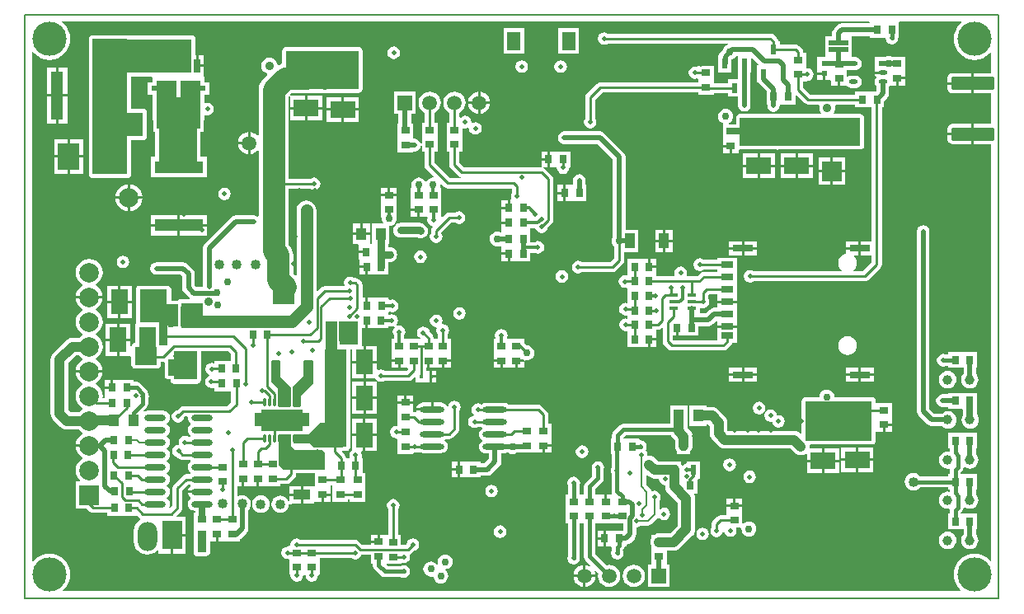
<source format=gbl>
%FSLAX25Y25*%
%MOIN*%
G70*
G01*
G75*
G04 Layer_Physical_Order=4*
G04 Layer_Color=16711680*
%ADD10C,0.03000*%
%ADD11C,0.02000*%
%ADD12R,0.01575X0.01181*%
%ADD13R,0.03937X0.02362*%
%ADD14R,0.07480X0.11811*%
%ADD15O,0.06890X0.02362*%
%ADD16O,0.01378X0.06693*%
%ADD17R,0.02362X0.02362*%
%ADD18R,0.13386X0.13386*%
%ADD19O,0.00984X0.03740*%
%ADD20O,0.03740X0.00984*%
%ADD21R,0.03347X0.02756*%
%ADD22R,0.02756X0.03347*%
%ADD23R,0.02362X0.02362*%
%ADD24R,0.03937X0.07087*%
%ADD25O,0.03150X0.05906*%
%ADD26R,0.03150X0.02559*%
%ADD27R,0.01181X0.01575*%
%ADD28R,0.07087X0.03937*%
%ADD29O,0.05906X0.03150*%
%ADD30C,0.03937*%
%ADD31R,0.10000X0.07000*%
%ADD32R,0.04724X0.09843*%
%ADD33R,0.07874X0.07874*%
%ADD34R,0.03937X0.05906*%
%ADD35R,0.03937X0.05118*%
%ADD36R,0.08898X0.25590*%
%ADD37R,0.01063X0.06693*%
%ADD38R,0.06693X0.01063*%
%ADD39O,0.06693X0.01063*%
%ADD40R,0.07087X0.07874*%
%ADD41R,0.04803X0.02441*%
%ADD42R,0.08661X0.16929*%
%ADD43O,0.03740X0.01378*%
%ADD44R,0.04724X0.03150*%
%ADD45R,0.04800X0.05600*%
%ADD46R,0.02500X0.05906*%
%ADD47O,0.03937X0.01181*%
%ADD48R,0.03937X0.01181*%
%ADD49R,0.07874X0.07874*%
%ADD50R,0.01575X0.05906*%
%ADD51R,0.07874X0.03937*%
%ADD52R,0.01200X0.01800*%
G04:AMPARAMS|DCode=53|XSize=35.43mil|YSize=157.48mil|CornerRadius=1.77mil|HoleSize=0mil|Usage=FLASHONLY|Rotation=90.000|XOffset=0mil|YOffset=0mil|HoleType=Round|Shape=RoundedRectangle|*
%AMROUNDEDRECTD53*
21,1,0.03543,0.15394,0,0,90.0*
21,1,0.03189,0.15748,0,0,90.0*
1,1,0.00354,0.07697,0.01595*
1,1,0.00354,0.07697,-0.01595*
1,1,0.00354,-0.07697,-0.01595*
1,1,0.00354,-0.07697,0.01595*
%
%ADD53ROUNDEDRECTD53*%
%ADD54R,0.00984X0.01299*%
%ADD55R,0.02362X0.01969*%
%ADD56R,0.00984X0.01575*%
%ADD57O,0.02362X0.07087*%
%ADD58O,0.07087X0.02362*%
%ADD59O,0.06299X0.02362*%
%ADD60C,0.01000*%
%ADD61C,0.01500*%
%ADD62C,0.00800*%
%ADD63C,0.01200*%
%ADD64C,0.02500*%
%ADD65C,0.08000*%
%ADD66R,0.04800X0.04800*%
%ADD67R,0.04169X0.04500*%
%ADD68R,0.11300X0.08500*%
%ADD69R,0.04900X0.04500*%
%ADD70R,0.05658X0.04458*%
%ADD71R,0.27300X0.16100*%
%ADD72R,0.06600X0.19900*%
%ADD73R,0.05000X0.07173*%
%ADD74R,0.08700X0.05400*%
%ADD75R,0.08100X0.13300*%
%ADD76R,0.05700X0.21700*%
%ADD77R,0.10400X0.95500*%
%ADD78R,0.06200X0.14700*%
%ADD79R,0.04200X0.18700*%
%ADD80R,0.06700X0.09800*%
%ADD81R,0.06000X0.09600*%
%ADD82R,0.10500X0.06400*%
%ADD83R,0.18000X0.08400*%
%ADD84R,0.26500X0.16000*%
%ADD85R,0.34969X0.11400*%
%ADD86C,0.00500*%
%ADD87R,0.07874X0.07874*%
%ADD88C,0.07874*%
%ADD89R,0.05906X0.05906*%
%ADD90C,0.05906*%
%ADD91R,0.07874X0.11811*%
%ADD92O,0.07874X0.11811*%
%ADD93C,0.13780*%
%ADD94R,0.05315X0.07284*%
%ADD95C,0.01969*%
G04:AMPARAMS|DCode=96|XSize=51.18mil|YSize=173.23mil|CornerRadius=2.56mil|HoleSize=0mil|Usage=FLASHONLY|Rotation=90.000|XOffset=0mil|YOffset=0mil|HoleType=Round|Shape=RoundedRectangle|*
%AMROUNDEDRECTD96*
21,1,0.05118,0.16811,0,0,90.0*
21,1,0.04606,0.17323,0,0,90.0*
1,1,0.00512,0.08406,0.02303*
1,1,0.00512,0.08406,-0.02303*
1,1,0.00512,-0.08406,-0.02303*
1,1,0.00512,-0.08406,0.02303*
%
%ADD96ROUNDEDRECTD96*%
%ADD97C,0.02000*%
%ADD98C,0.03000*%
%ADD99C,0.04000*%
%ADD100C,0.03500*%
%ADD101C,0.02598*%
%ADD102C,0.04000*%
%ADD103R,0.02258X0.03258*%
%ADD104R,0.09400X0.04700*%
%ADD105R,0.15100X0.08700*%
%ADD106R,0.12100X0.12100*%
%ADD107R,0.09500X0.12000*%
%ADD108R,0.10200X0.09400*%
%ADD109R,0.42200X0.13900*%
%ADD110C,0.05000*%
%ADD111R,0.08300X0.14100*%
%ADD112R,0.08400X0.08100*%
%ADD113R,0.27100X0.16800*%
%ADD114R,0.19300X0.05600*%
%ADD115R,0.21900X0.04900*%
%ADD116R,0.06200X0.13300*%
%ADD117R,0.39000X0.13800*%
%ADD118R,0.08661X0.11024*%
%ADD119R,0.01969X0.07874*%
%ADD120R,0.19685X0.05118*%
%ADD121R,0.02362X0.03937*%
%ADD122R,0.03150X0.04724*%
%ADD123R,0.05118X0.19685*%
%ADD124R,0.07874X0.01969*%
%ADD125R,0.03347X0.01575*%
%ADD126O,0.03543X0.01969*%
%ADD127R,0.03543X0.01969*%
%ADD128O,0.03543X0.01969*%
%ADD129R,0.08268X0.02756*%
%ADD130R,0.04843X0.02559*%
%ADD131R,0.07000X0.10000*%
%ADD132R,0.16929X0.08661*%
%ADD133O,0.01378X0.03740*%
%ADD134O,0.08661X0.02362*%
%ADD135O,0.09843X0.02362*%
%ADD136R,0.07087X0.03937*%
%ADD137R,0.07874X0.14410*%
%ADD138R,0.06299X0.01969*%
%ADD139R,0.02500X0.05500*%
%ADD140C,0.09000*%
%ADD141R,0.05182X0.06835*%
%ADD142R,0.09300X0.11700*%
%ADD143R,0.22300X0.05500*%
%ADD144R,0.26931X0.16000*%
%ADD145R,0.15800X0.09700*%
%ADD146R,0.15200X0.28165*%
%ADD147R,0.08900X0.10200*%
%ADD148R,0.03474X0.08965*%
%ADD149R,0.07600X0.09400*%
%ADD150R,0.04900X0.17100*%
%ADD151R,0.08500X0.39500*%
%ADD152R,0.14700X0.03700*%
%ADD153R,0.48700X0.11300*%
%ADD154R,0.14000X0.54700*%
%ADD155R,0.29300X0.15600*%
%ADD156R,0.08800X0.07400*%
%ADD157R,0.11100X0.13400*%
%ADD158R,0.03600X0.11400*%
%ADD159R,0.05400X0.08800*%
%ADD160R,0.08600X0.09700*%
G36*
X371592Y209045D02*
X370829Y208419D01*
X369780Y207141D01*
X369001Y205684D01*
X368521Y204102D01*
X368359Y202457D01*
X368521Y200813D01*
X369001Y199231D01*
X369780Y197774D01*
X370829Y196496D01*
X372106Y195448D01*
X373564Y194669D01*
X375145Y194189D01*
X376790Y194027D01*
X378434Y194189D01*
X380016Y194669D01*
X381473Y195448D01*
X382751Y196496D01*
X383176Y197015D01*
X383647Y196846D01*
Y188630D01*
X376644D01*
Y184535D01*
Y180443D01*
X383647D01*
Y168157D01*
X376644D01*
Y164063D01*
Y159970D01*
X383647D01*
Y-8467D01*
X383176Y-8635D01*
X382751Y-8117D01*
X381473Y-7068D01*
X380016Y-6289D01*
X378434Y-5810D01*
X376790Y-5648D01*
X375145Y-5810D01*
X373564Y-6289D01*
X372106Y-7068D01*
X370829Y-8117D01*
X369780Y-9394D01*
X369001Y-10852D01*
X368521Y-12433D01*
X368359Y-14078D01*
X368521Y-15723D01*
X369001Y-17304D01*
X369780Y-18762D01*
X370829Y-20039D01*
X371323Y-20445D01*
X371155Y-20916D01*
X8409D01*
X8241Y-20445D01*
X8735Y-20039D01*
X9784Y-18762D01*
X10563Y-17304D01*
X11042Y-15723D01*
X11204Y-14078D01*
X11042Y-12433D01*
X10563Y-10852D01*
X9784Y-9394D01*
X8735Y-8117D01*
X7458Y-7068D01*
X6000Y-6289D01*
X4419Y-5810D01*
X2774Y-5648D01*
X1129Y-5810D01*
X-452Y-6289D01*
X-1910Y-7068D01*
X-3187Y-8117D01*
X-3813Y-8880D01*
X-4284Y-8711D01*
Y197091D01*
X-3813Y197259D01*
X-3187Y196496D01*
X-1910Y195448D01*
X-452Y194669D01*
X1129Y194189D01*
X2774Y194027D01*
X4419Y194189D01*
X6000Y194669D01*
X7458Y195448D01*
X8735Y196496D01*
X9784Y197774D01*
X10563Y199231D01*
X11042Y200813D01*
X11204Y202457D01*
X11042Y204102D01*
X10563Y205684D01*
X9784Y207141D01*
X8735Y208419D01*
X7458Y209467D01*
X7470Y209516D01*
X334295D01*
X334599Y209211D01*
X334408Y208749D01*
X323100D01*
X322125Y208555D01*
X321298Y208002D01*
X320029Y206734D01*
X319477Y205907D01*
X319283Y204931D01*
Y203537D01*
X316394D01*
Y198568D01*
Y195616D01*
X316394D01*
Y195380D01*
X316163Y195149D01*
X316008Y195118D01*
X313319D01*
Y189756D01*
Y189000D01*
X316001D01*
Y188501D01*
X316500D01*
Y185819D01*
X318505D01*
X318858Y185465D01*
Y183622D01*
X321532D01*
Y186501D01*
X322532D01*
Y183622D01*
X325157D01*
X325353Y183329D01*
X326175Y182780D01*
X327144Y182587D01*
X328719D01*
X329688Y182780D01*
X330510Y183329D01*
X331059Y184150D01*
X331252Y185120D01*
X331059Y186089D01*
X330510Y186911D01*
X329688Y187460D01*
X328719Y187653D01*
X327144D01*
X326175Y187460D01*
X325646Y187106D01*
X325205Y187342D01*
Y189174D01*
X325205Y189174D01*
D01*
D01*
X325205Y189378D01*
Y189394D01*
Y189453D01*
X325205Y189528D01*
X325205Y189732D01*
X325205Y189732D01*
X325205D01*
Y190051D01*
X327931D01*
X328012Y190067D01*
X328719D01*
X329688Y190260D01*
X330510Y190809D01*
X331059Y191631D01*
X331252Y192600D01*
X331059Y193569D01*
X330510Y194391D01*
X329688Y194940D01*
X328719Y195133D01*
X328012D01*
X327931Y195149D01*
X327269D01*
Y195616D01*
X327269D01*
Y198568D01*
Y203537D01*
D01*
Y203537D01*
X327382Y203651D01*
X334648D01*
Y203027D01*
X340404D01*
X340404Y203027D01*
Y203027D01*
X340404D01*
X340553D01*
X340748Y203027D01*
X340882Y202863D01*
X341076Y201887D01*
X341629Y201061D01*
X342456Y200508D01*
X343431Y200314D01*
X344407Y200508D01*
X345234Y201061D01*
X345786Y201887D01*
X345981Y202863D01*
X346115Y203027D01*
X346309D01*
Y209162D01*
X346309Y209162D01*
D01*
D01*
X346309Y209373D01*
D01*
X346452Y209516D01*
X371423D01*
X371592Y209045D01*
D02*
G37*
%LPC*%
G36*
X288792Y66173D02*
X283658D01*
Y63795D01*
X288792D01*
Y66173D01*
D02*
G37*
G36*
X329902D02*
X324768D01*
Y63795D01*
X329902D01*
Y66173D01*
D02*
G37*
G36*
X282658D02*
X277524D01*
Y63795D01*
X282658D01*
Y66173D01*
D02*
G37*
G36*
X27600Y64673D02*
X25222D01*
Y62000D01*
X27600D01*
Y64673D01*
D02*
G37*
G36*
X159091Y65500D02*
X157500D01*
Y63713D01*
X159091D01*
Y65500D01*
D02*
G37*
G36*
X282658Y69551D02*
X277524D01*
Y67173D01*
X282658D01*
Y69551D01*
D02*
G37*
G36*
X288792D02*
X283658D01*
Y67173D01*
X288792D01*
Y69551D01*
D02*
G37*
G36*
X159091Y68287D02*
X157500D01*
Y66500D01*
X159091D01*
Y68287D01*
D02*
G37*
G36*
X336036Y66173D02*
X330902D01*
Y63795D01*
X336036D01*
Y66173D01*
D02*
G37*
G36*
X129732Y71300D02*
X125232D01*
Y65300D01*
X129732D01*
Y71300D01*
D02*
G37*
G36*
X365955Y68198D02*
X365050Y68079D01*
X364206Y67730D01*
X363481Y67174D01*
X362925Y66449D01*
X362576Y65605D01*
X362457Y64700D01*
X362576Y63794D01*
X362925Y62951D01*
X363481Y62226D01*
X364206Y61670D01*
X365050Y61321D01*
X365955Y61202D01*
X366861Y61321D01*
X367704Y61670D01*
X368429Y62226D01*
X368985Y62951D01*
X369334Y63794D01*
X369454Y64700D01*
X369334Y65605D01*
X368985Y66449D01*
X368429Y67174D01*
X367704Y67730D01*
X366861Y68079D01*
X365955Y68198D01*
D02*
G37*
G36*
X157011Y55436D02*
X153771D01*
X153071Y55344D01*
X152419Y55073D01*
X151859Y54644D01*
X151429Y54084D01*
X151159Y53431D01*
X151132Y53232D01*
X157011D01*
Y55436D01*
D02*
G37*
G36*
X166600Y56249D02*
X165624Y56055D01*
X164798Y55502D01*
X164245Y54676D01*
X164122Y54057D01*
X163624Y54008D01*
X163593Y54084D01*
X163163Y54644D01*
X162603Y55073D01*
X161951Y55344D01*
X161251Y55436D01*
X158011D01*
Y52731D01*
X157512D01*
Y52232D01*
X151132D01*
X151159Y52032D01*
X151246Y51822D01*
X150929Y51435D01*
X150274Y51565D01*
X149973D01*
Y52200D01*
X149973Y52200D01*
D01*
D01*
X149973Y52404D01*
Y52420D01*
Y52479D01*
X149973Y52554D01*
X149973Y52758D01*
X149973Y52758D01*
X149973D01*
Y54931D01*
X143627D01*
Y52758D01*
X143627Y52758D01*
X143627D01*
X143627Y52553D01*
Y52404D01*
D01*
D01*
D01*
X143627D01*
D01*
Y46668D01*
X143627Y46668D01*
X143627D01*
X143627Y46648D01*
Y46415D01*
X143527Y46315D01*
X143527D01*
Y46283D01*
X143140Y45965D01*
X143037Y45986D01*
X142062Y45792D01*
X141235Y45239D01*
X140682Y44412D01*
X140488Y43437D01*
X140682Y42462D01*
X141235Y41635D01*
X142062Y41082D01*
X143037Y40888D01*
X143140Y40909D01*
X143527Y40591D01*
Y40559D01*
Y40409D01*
D01*
D01*
D01*
X143527D01*
D01*
Y34654D01*
X149873D01*
Y34933D01*
X150260Y35250D01*
X150600Y35182D01*
X151576Y35377D01*
X152035Y35684D01*
X152419Y35390D01*
X153071Y35119D01*
X153771Y35027D01*
X161251D01*
X161951Y35119D01*
X162603Y35390D01*
X163163Y35819D01*
X163593Y36379D01*
X163863Y37032D01*
X163955Y37732D01*
X163863Y38431D01*
X163593Y39084D01*
X163163Y39644D01*
X162603Y40073D01*
Y40390D01*
X162998Y40692D01*
X164331D01*
X165112Y40848D01*
X165773Y41290D01*
X168042Y43558D01*
X168484Y44220D01*
X168639Y45000D01*
X168639Y45000D01*
X168639Y45000D01*
Y45000D01*
Y52252D01*
X168955Y52724D01*
X169149Y53700D01*
X168955Y54676D01*
X168402Y55502D01*
X167576Y56055D01*
X166600Y56249D01*
D02*
G37*
G36*
X135231Y56800D02*
X130731D01*
Y50800D01*
X135231D01*
Y56800D01*
D02*
G37*
G36*
X289700Y55749D02*
X288724Y55555D01*
X287898Y55002D01*
X287345Y54176D01*
X287151Y53200D01*
X287345Y52224D01*
X287898Y51398D01*
X288724Y50845D01*
X289700Y50651D01*
X290675Y50845D01*
X291502Y51398D01*
X292055Y52224D01*
X292249Y53200D01*
X292055Y54176D01*
X291502Y55002D01*
X290675Y55555D01*
X289700Y55749D01*
D02*
G37*
G36*
X129732Y56800D02*
X125232D01*
Y50800D01*
X129732D01*
Y56800D01*
D02*
G37*
G36*
Y63800D02*
X125232D01*
Y57800D01*
X129732D01*
Y63800D01*
D02*
G37*
G36*
X372232Y59373D02*
Y59373D01*
X372028Y59373D01*
X371953D01*
X371878D01*
X371674Y59373D01*
X371674Y59373D01*
Y59373D01*
X366122D01*
Y58749D01*
X363800D01*
X362825Y58555D01*
X361998Y58002D01*
X361445Y57175D01*
X361251Y56200D01*
X361445Y55225D01*
X361998Y54398D01*
X362825Y53845D01*
X363800Y53651D01*
X366122D01*
Y53027D01*
X371778D01*
X372132Y52673D01*
Y50188D01*
X372102Y50149D01*
X371752Y49305D01*
X371633Y48400D01*
X371752Y47495D01*
X372102Y46651D01*
X372658Y45926D01*
X373382Y45370D01*
X374226Y45021D01*
X375132Y44902D01*
X376037Y45021D01*
X376881Y45370D01*
X377605Y45926D01*
X378161Y46651D01*
X378511Y47495D01*
X378630Y48400D01*
X378511Y49305D01*
X378161Y50149D01*
X377679Y50777D01*
Y53027D01*
X377783D01*
Y59373D01*
X372232D01*
X372232Y59373D01*
D02*
G37*
G36*
X149973Y58310D02*
X147300D01*
Y55932D01*
X149973D01*
Y58310D01*
D02*
G37*
G36*
X186729Y55336D02*
X179249D01*
X178549Y55244D01*
X177897Y54973D01*
X177502Y54671D01*
X177401D01*
X176976Y54955D01*
X176000Y55149D01*
X175024Y54955D01*
X174198Y54402D01*
X173645Y53575D01*
X173451Y52600D01*
X173645Y51625D01*
X174198Y50798D01*
X174474Y50613D01*
X174377Y50122D01*
X173693Y49986D01*
X172866Y49434D01*
X172314Y48607D01*
X172119Y47631D01*
X172314Y46656D01*
X172866Y45829D01*
X173693Y45276D01*
X174669Y45083D01*
X175644Y45276D01*
X176117Y45592D01*
X177502D01*
X177777Y45382D01*
Y44881D01*
X177337Y44544D01*
X176907Y43984D01*
X176637Y43331D01*
X176545Y42632D01*
X176637Y41932D01*
X176907Y41279D01*
X177337Y40719D01*
X177777Y40382D01*
Y39882D01*
X177337Y39544D01*
X176907Y38984D01*
X176637Y38331D01*
X176545Y37631D01*
X176637Y36932D01*
X176907Y36279D01*
X177337Y35719D01*
X177897Y35290D01*
X178549Y35019D01*
X179249Y34927D01*
X180440D01*
Y32645D01*
X178644Y30849D01*
X177183D01*
Y31473D01*
X171632D01*
X171632Y31473D01*
Y31473D01*
X171428Y31473D01*
X171353D01*
X171278D01*
X171074Y31473D01*
X171074Y31473D01*
Y31473D01*
X168900D01*
Y28299D01*
Y25127D01*
X171278D01*
Y25127D01*
X171428D01*
X171632Y25127D01*
X171632Y25127D01*
Y25127D01*
X177183D01*
Y25751D01*
X179700D01*
X180675Y25945D01*
X181502Y26498D01*
X184791Y29787D01*
X185344Y30613D01*
X185538Y31589D01*
X185538Y31589D01*
X185538Y31589D01*
Y31589D01*
Y34927D01*
X186729D01*
X187429Y35019D01*
X187581Y35083D01*
X188394D01*
X188487Y35011D01*
X189217Y34709D01*
X190000Y34606D01*
X190783Y34709D01*
X191513Y35011D01*
X191606Y35083D01*
X195306D01*
X195635Y35148D01*
X198873D01*
Y35148D01*
X198873D01*
X198873Y35148D01*
X199327Y35148D01*
Y35148D01*
X202000D01*
Y38027D01*
X202499D01*
Y38526D01*
X205673D01*
Y40700D01*
X205673Y40700D01*
D01*
D01*
X205673Y40904D01*
Y40920D01*
Y40979D01*
X205673Y41054D01*
X205673Y41258D01*
X205673Y41258D01*
X205673D01*
Y46809D01*
X204539D01*
Y50600D01*
X204384Y51380D01*
X204207Y51645D01*
X203942Y52042D01*
X203942Y52042D01*
X201910Y54073D01*
X201249Y54515D01*
X200468Y54671D01*
X188476D01*
X188081Y54973D01*
X187429Y55244D01*
X186729Y55336D01*
D02*
G37*
G36*
X146300Y58310D02*
X143627D01*
Y55932D01*
X146300D01*
Y58310D01*
D02*
G37*
G36*
X329902Y69551D02*
X324768D01*
Y67173D01*
X329902D01*
Y69551D01*
D02*
G37*
G36*
X30600Y95600D02*
X26100D01*
Y89600D01*
X30600D01*
Y95600D01*
D02*
G37*
G36*
X36100D02*
X31600D01*
Y89600D01*
X36100D01*
Y95600D01*
D02*
G37*
G36*
X168600Y94049D02*
X167624Y93855D01*
X166798Y93302D01*
X166245Y92475D01*
X166051Y91500D01*
X166245Y90525D01*
X166798Y89698D01*
X167624Y89145D01*
X168600Y88951D01*
X169576Y89145D01*
X170402Y89698D01*
X170955Y90525D01*
X171149Y91500D01*
X170955Y92475D01*
X170402Y93302D01*
X169576Y93855D01*
X168600Y94049D01*
D02*
G37*
G36*
X30000Y87300D02*
X25500D01*
Y81300D01*
X30000D01*
Y87300D01*
D02*
G37*
G36*
X35500D02*
X31000D01*
Y81300D01*
X35500D01*
Y87300D01*
D02*
G37*
G36*
X210000Y108949D02*
X209025Y108755D01*
X208198Y108202D01*
X207645Y107376D01*
X207451Y106400D01*
X207645Y105424D01*
X208198Y104598D01*
X209025Y104045D01*
X210000Y103851D01*
X210976Y104045D01*
X211802Y104598D01*
X212355Y105424D01*
X212549Y106400D01*
X212355Y107376D01*
X211802Y108202D01*
X210976Y108755D01*
X210000Y108949D01*
D02*
G37*
G36*
X130526Y109800D02*
X128148D01*
Y107127D01*
X130526D01*
Y109800D01*
D02*
G37*
G36*
X18900Y113484D02*
X17481Y113297D01*
X16158Y112749D01*
X15022Y111878D01*
X14151Y110742D01*
X13603Y109419D01*
X13416Y108000D01*
X13603Y106581D01*
X14151Y105258D01*
X15022Y104122D01*
X16158Y103251D01*
X16160Y103250D01*
Y102750D01*
X16158Y102749D01*
X15022Y101878D01*
X14151Y100742D01*
X13603Y99419D01*
X13482Y98500D01*
X24318D01*
X24197Y99419D01*
X23649Y100742D01*
X22778Y101878D01*
X21642Y102749D01*
X21640Y102750D01*
Y103250D01*
X21642Y103251D01*
X22778Y104122D01*
X23649Y105258D01*
X24197Y106581D01*
X24384Y108000D01*
X24197Y109419D01*
X23649Y110742D01*
X22778Y111878D01*
X21642Y112749D01*
X20319Y113297D01*
X18900Y113484D01*
D02*
G37*
G36*
X30600Y102600D02*
X26100D01*
Y96600D01*
X30600D01*
Y102600D01*
D02*
G37*
G36*
X36100D02*
X31600D01*
Y96600D01*
X36100D01*
Y102600D01*
D02*
G37*
G36*
X248110Y80500D02*
X245731D01*
Y77827D01*
X248110D01*
Y80500D01*
D02*
G37*
G36*
X185031Y71794D02*
X182358D01*
Y69416D01*
X185031D01*
Y71794D01*
D02*
G37*
G36*
X194805D02*
X192131D01*
Y69416D01*
X194805D01*
Y71794D01*
D02*
G37*
G36*
X165105D02*
X162432D01*
Y69416D01*
X165105D01*
Y71794D01*
D02*
G37*
G36*
X336036Y69551D02*
X330902D01*
Y67173D01*
X336036D01*
Y69551D01*
D02*
G37*
G36*
X143731Y71794D02*
X141058D01*
Y69416D01*
X143731D01*
Y71794D01*
D02*
G37*
G36*
X185531Y85180D02*
X184556Y84987D01*
X183729Y84434D01*
X183177Y83607D01*
X182983Y82631D01*
X183177Y81656D01*
X183268Y81519D01*
X183033Y81078D01*
X182358D01*
Y75322D01*
X182358Y75322D01*
X182358Y75172D01*
X182358D01*
Y72795D01*
X185532D01*
Y72295D01*
X186031D01*
Y69416D01*
X191131D01*
Y72295D01*
X191630D01*
Y72795D01*
X194473D01*
X194805Y72657D01*
Y72220D01*
X195181Y72549D01*
X195794Y72469D01*
X196578Y72572D01*
X197308Y72874D01*
X197934Y73355D01*
X198415Y73982D01*
X198717Y74711D01*
X198820Y75494D01*
X198717Y76278D01*
X198415Y77008D01*
X197934Y77634D01*
X197308Y78115D01*
X196578Y78417D01*
X195797Y78520D01*
X194805Y79512D01*
Y81078D01*
X188031D01*
X187795Y81519D01*
X187886Y81656D01*
X188081Y82631D01*
X187886Y83607D01*
X187334Y84434D01*
X186507Y84987D01*
X185531Y85180D01*
D02*
G37*
G36*
X372232Y75773D02*
Y75773D01*
X372028Y75773D01*
X371953D01*
X371878D01*
X371674Y75773D01*
X371674Y75773D01*
Y75773D01*
X366122D01*
Y74894D01*
X365267D01*
X365176Y74955D01*
X364200Y75149D01*
X363225Y74955D01*
X362398Y74402D01*
X361845Y73576D01*
X361651Y72600D01*
X361845Y71624D01*
X362398Y70798D01*
X363225Y70245D01*
X364200Y70051D01*
X365176Y70245D01*
X365267Y70306D01*
X366122D01*
Y69427D01*
X371878D01*
X371878Y69427D01*
Y69427D01*
X371878D01*
X372028D01*
X372028D01*
X372232D01*
X372232D01*
D01*
X372357D01*
Y67042D01*
X371902Y66449D01*
X371552Y65605D01*
X371433Y64700D01*
X371552Y63794D01*
X371902Y62951D01*
X372458Y62226D01*
X373182Y61670D01*
X374026Y61321D01*
X374932Y61202D01*
X375837Y61321D01*
X376681Y61670D01*
X377405Y62226D01*
X377961Y62951D01*
X378311Y63794D01*
X378430Y64700D01*
X378311Y65605D01*
X377961Y66449D01*
X377454Y67110D01*
Y69427D01*
X377783D01*
Y75773D01*
X372232D01*
X372232Y75773D01*
D02*
G37*
G36*
X325481Y82249D02*
X324497Y82120D01*
X323579Y81739D01*
X322791Y81135D01*
X322187Y80347D01*
X321807Y79430D01*
X321677Y78445D01*
X321807Y77460D01*
X322187Y76543D01*
X322791Y75755D01*
X323579Y75150D01*
X324497Y74770D01*
X325481Y74641D01*
X326466Y74770D01*
X327383Y75150D01*
X328171Y75755D01*
X328776Y76543D01*
X329156Y77460D01*
X329285Y78445D01*
X329156Y79430D01*
X328776Y80347D01*
X328171Y81135D01*
X327383Y81739D01*
X326466Y82120D01*
X325481Y82249D01*
D02*
G37*
G36*
X135231Y78300D02*
X130731D01*
Y72300D01*
X135231D01*
Y78300D01*
D02*
G37*
G36*
X30000Y80300D02*
X25500D01*
Y74300D01*
X30000D01*
Y80300D01*
D02*
G37*
G36*
X96100Y17830D02*
X95186Y17710D01*
X94335Y17357D01*
X93604Y16796D01*
X93043Y16065D01*
X92690Y15214D01*
X92570Y14300D01*
X92690Y13386D01*
X93043Y12535D01*
X93604Y11804D01*
X94335Y11243D01*
X95186Y10890D01*
X96100Y10770D01*
X97014Y10890D01*
X97865Y11243D01*
X98596Y11804D01*
X99157Y12535D01*
X99510Y13386D01*
X99630Y14300D01*
X102184Y14636D01*
X104431D01*
Y17605D01*
X99888D01*
Y15582D01*
X99398Y15484D01*
X99157Y16065D01*
X98596Y16796D01*
X97865Y17357D01*
X97014Y17710D01*
X96100Y17830D01*
D02*
G37*
G36*
X88300Y17930D02*
X87386Y17810D01*
X86535Y17457D01*
X85804Y16896D01*
X85243Y16165D01*
X84890Y15314D01*
X84770Y14400D01*
X84890Y13486D01*
X85243Y12635D01*
X85804Y11904D01*
X86535Y11343D01*
X87386Y10990D01*
X88300Y10870D01*
X89214Y10990D01*
X90065Y11343D01*
X90796Y11904D01*
X91357Y12635D01*
X91710Y13486D01*
X91830Y14400D01*
X91710Y15314D01*
X91357Y16165D01*
X90796Y16896D01*
X90065Y17457D01*
X89214Y17810D01*
X88300Y17930D01*
D02*
G37*
G36*
X141800Y16449D02*
X140824Y16255D01*
X139998Y15702D01*
X139445Y14875D01*
X139251Y13900D01*
X139445Y12924D01*
X139761Y12452D01*
Y1778D01*
X139073D01*
Y1978D01*
X136400D01*
Y-901D01*
X135901D01*
Y-1400D01*
X132727D01*
Y-2061D01*
X129245D01*
X127777Y-593D01*
X127115Y-151D01*
X126335Y5D01*
X104313D01*
X103841Y320D01*
X102865Y514D01*
X101890Y320D01*
X101063Y-232D01*
X100510Y-1059D01*
X100316Y-2035D01*
X100324Y-2075D01*
X100007Y-2461D01*
X99692D01*
Y-2475D01*
X99306Y-2792D01*
X99100Y-2751D01*
X98124Y-2945D01*
X97298Y-3498D01*
X96745Y-4324D01*
X96551Y-5300D01*
X96745Y-6276D01*
X97298Y-7102D01*
X98124Y-7655D01*
X99100Y-7849D01*
X99306Y-7808D01*
X99692Y-8125D01*
Y-8217D01*
Y-8367D01*
D01*
D01*
D01*
X99692D01*
D01*
Y-14123D01*
X100035D01*
X100316Y-14465D01*
X100510Y-15441D01*
X101063Y-16268D01*
X101890Y-16820D01*
X102865Y-17014D01*
X103841Y-16820D01*
X104668Y-16268D01*
X105220Y-15441D01*
X105414Y-14465D01*
X105665Y-14160D01*
X106165D01*
X106408Y-14457D01*
X106602Y-15432D01*
X107154Y-16259D01*
X107981Y-16812D01*
X108957Y-17006D01*
X109932Y-16812D01*
X110759Y-16259D01*
X111312Y-15432D01*
X111506Y-14457D01*
X111799Y-14100D01*
X112130D01*
Y-8548D01*
X112130Y-8548D01*
D01*
D01*
X112130Y-8344D01*
Y-8328D01*
Y-8269D01*
X112130Y-8194D01*
X112130Y-7990D01*
X112130Y-7990D01*
X112130D01*
Y-7378D01*
X124724D01*
X125490Y-7890D01*
X126466Y-8084D01*
X127441Y-7890D01*
X128268Y-7338D01*
X128821Y-6511D01*
X128894Y-6139D01*
X132727D01*
Y-9684D01*
X133606D01*
Y-10400D01*
X133781Y-11278D01*
X134278Y-12022D01*
X136786Y-14531D01*
X137531Y-15028D01*
X138409Y-15203D01*
X144942D01*
X145033Y-15264D01*
X146009Y-15458D01*
X146984Y-15264D01*
X147811Y-14711D01*
X148364Y-13884D01*
X148558Y-12909D01*
X148364Y-11933D01*
X147811Y-11106D01*
X146984Y-10554D01*
X146009Y-10360D01*
X145033Y-10554D01*
X144942Y-10615D01*
X139428D01*
X139150Y-10199D01*
X139281Y-9883D01*
X144973D01*
Y-9741D01*
X145360Y-9424D01*
X146003Y-9552D01*
X146979Y-9358D01*
X147806Y-8806D01*
X148358Y-7979D01*
X148552Y-7003D01*
X148358Y-6028D01*
X148370Y-5999D01*
X148447Y-5984D01*
X149109Y-5542D01*
X150150Y-4501D01*
X150708Y-4390D01*
X151535Y-3837D01*
X152087Y-3010D01*
X152281Y-2035D01*
X152087Y-1059D01*
X151535Y-232D01*
X150708Y320D01*
X149732Y514D01*
X148757Y320D01*
X147930Y-232D01*
X147377Y-1059D01*
X147266Y-1617D01*
X146822Y-2061D01*
X144973D01*
Y1778D01*
X143839D01*
Y12452D01*
X144155Y12924D01*
X144349Y13900D01*
X144155Y14875D01*
X143602Y15702D01*
X142775Y16255D01*
X141800Y16449D01*
D02*
G37*
G36*
X226734Y3653D02*
X224356D01*
Y979D01*
X226734D01*
Y3653D01*
D02*
G37*
G36*
X282873Y13205D02*
X276527D01*
Y11032D01*
X276527Y11032D01*
X276527D01*
X276527Y10828D01*
Y10678D01*
D01*
D01*
D01*
X276527D01*
D01*
Y9839D01*
X274100D01*
X273320Y9684D01*
X272658Y9242D01*
X271158Y7742D01*
X270716Y7080D01*
X270561Y6300D01*
Y5048D01*
X270245Y4575D01*
X270051Y3600D01*
X270245Y2624D01*
X270798Y1798D01*
X271624Y1245D01*
X272600Y1051D01*
X273575Y1245D01*
X274402Y1798D01*
X274955Y2624D01*
X275104Y3372D01*
X275596D01*
Y3372D01*
X275604D01*
X275745Y2662D01*
X276298Y1835D01*
X277125Y1282D01*
X278100Y1088D01*
X279076Y1282D01*
X279902Y1835D01*
X280455Y2662D01*
X280649Y3637D01*
X280455Y4612D01*
X280620Y4922D01*
X282277D01*
X282607Y4546D01*
X282574Y4300D01*
X282677Y3517D01*
X282979Y2787D01*
X283460Y2160D01*
X284087Y1680D01*
X284817Y1377D01*
X285600Y1274D01*
X286383Y1377D01*
X287113Y1680D01*
X287740Y2160D01*
X288221Y2787D01*
X288523Y3517D01*
X288626Y4300D01*
X288523Y5083D01*
X288221Y5813D01*
X287740Y6440D01*
X287113Y6921D01*
X286383Y7223D01*
X285600Y7326D01*
X284817Y7223D01*
X284087Y6921D01*
X283460Y6440D01*
X283347Y6291D01*
X282873Y6452D01*
Y10474D01*
X282873Y10474D01*
D01*
D01*
X282873Y10678D01*
Y10694D01*
Y10753D01*
X282873Y10828D01*
X282873Y11032D01*
X282873Y11032D01*
X282873D01*
Y13205D01*
D02*
G37*
G36*
X181548Y22249D02*
X180573Y22055D01*
X179746Y21502D01*
X179193Y20675D01*
X178999Y19700D01*
X179193Y18724D01*
X179746Y17898D01*
X180573Y17345D01*
X181548Y17151D01*
X182524Y17345D01*
X183350Y17898D01*
X183903Y18724D01*
X184097Y19700D01*
X183903Y20675D01*
X183350Y21502D01*
X182524Y22055D01*
X181548Y22249D01*
D02*
G37*
G36*
X104431Y21573D02*
X99888D01*
Y18605D01*
X104431D01*
Y21573D01*
D02*
G37*
G36*
X116405Y17700D02*
X113732D01*
Y15322D01*
X116405D01*
Y17700D01*
D02*
G37*
G36*
X279200Y16583D02*
X276527D01*
Y14206D01*
X279200D01*
Y16583D01*
D02*
G37*
G36*
X282873D02*
X280200D01*
Y14206D01*
X282873D01*
Y16583D01*
D02*
G37*
G36*
X185000Y5749D02*
X184025Y5555D01*
X183198Y5002D01*
X182645Y4175D01*
X182451Y3200D01*
X182645Y2224D01*
X183198Y1398D01*
X184025Y845D01*
X185000Y651D01*
X185976Y845D01*
X186802Y1398D01*
X187355Y2224D01*
X187549Y3200D01*
X187355Y4175D01*
X186802Y5002D01*
X185976Y5555D01*
X185000Y5749D01*
D02*
G37*
G36*
X218632Y-10275D02*
X217969Y-10362D01*
X216886Y-10810D01*
X215956Y-11524D01*
X215242Y-12454D01*
X214793Y-13538D01*
X214706Y-14200D01*
X218632D01*
Y-10275D01*
D02*
G37*
G36*
X162800Y-5946D02*
X162017Y-6049D01*
X161287Y-6351D01*
X160660Y-6832D01*
X160179Y-7459D01*
X159877Y-8189D01*
X159774Y-8972D01*
X159877Y-9755D01*
X160014Y-10086D01*
X159973Y-10110D01*
X159973Y-10110D01*
X159581Y-10336D01*
X159140Y-9760D01*
X158513Y-9279D01*
X157783Y-8977D01*
X157000Y-8874D01*
X156217Y-8977D01*
X155487Y-9279D01*
X154860Y-9760D01*
X154379Y-10387D01*
X154077Y-11117D01*
X153974Y-11900D01*
X154077Y-12683D01*
X154379Y-13413D01*
X154860Y-14040D01*
X155487Y-14521D01*
X156217Y-14823D01*
X157000Y-14926D01*
X157783Y-14823D01*
X158007Y-14952D01*
X158077Y-15483D01*
X158379Y-16213D01*
X158860Y-16840D01*
X159487Y-17321D01*
X160217Y-17623D01*
X161000Y-17726D01*
X161783Y-17623D01*
X162513Y-17321D01*
X163140Y-16840D01*
X163620Y-16213D01*
X163923Y-15483D01*
X164026Y-14700D01*
X163923Y-13917D01*
X163620Y-13187D01*
X163140Y-12560D01*
X162764Y-12272D01*
X162800Y-11998D01*
X163583Y-11895D01*
X164313Y-11592D01*
X164940Y-11111D01*
X165420Y-10485D01*
X165723Y-9755D01*
X165826Y-8972D01*
X165723Y-8189D01*
X165420Y-7459D01*
X164940Y-6832D01*
X164313Y-6351D01*
X163583Y-6049D01*
X162800Y-5946D01*
D02*
G37*
G36*
X223557Y-15200D02*
X219632D01*
Y-19125D01*
X220294Y-19038D01*
X221377Y-18589D01*
X222307Y-17876D01*
X223021Y-16946D01*
X223470Y-15862D01*
X223557Y-15200D01*
D02*
G37*
G36*
X239131Y-10209D02*
X237969Y-10362D01*
X236886Y-10810D01*
X235956Y-11524D01*
X235242Y-12454D01*
X234793Y-13538D01*
X234640Y-14700D01*
X234793Y-15862D01*
X235242Y-16946D01*
X235956Y-17876D01*
X236886Y-18589D01*
X237969Y-19038D01*
X239131Y-19191D01*
X240294Y-19038D01*
X241377Y-18589D01*
X242307Y-17876D01*
X243021Y-16946D01*
X243470Y-15862D01*
X243623Y-14700D01*
X243470Y-13538D01*
X243021Y-12454D01*
X242307Y-11524D01*
X241377Y-10810D01*
X240294Y-10362D01*
X239131Y-10209D01*
D02*
G37*
G36*
X218632Y-15200D02*
X214706D01*
X214793Y-15862D01*
X215242Y-16946D01*
X215956Y-17876D01*
X216886Y-18589D01*
X217969Y-19038D01*
X218632Y-19125D01*
Y-15200D01*
D02*
G37*
G36*
X135400Y1978D02*
X132727D01*
Y-400D01*
X135400D01*
Y1978D01*
D02*
G37*
G36*
X266900Y4849D02*
X265925Y4655D01*
X265098Y4102D01*
X264545Y3275D01*
X264351Y2300D01*
X264545Y1324D01*
X265098Y498D01*
X265925Y-55D01*
X266900Y-249D01*
X267876Y-55D01*
X268702Y498D01*
X269255Y1324D01*
X269449Y2300D01*
X269255Y3275D01*
X268702Y4102D01*
X267876Y4655D01*
X266900Y4849D01*
D02*
G37*
G36*
X226734Y-21D02*
X224356D01*
Y-2694D01*
X226734D01*
Y-21D01*
D02*
G37*
G36*
X57837Y1300D02*
X52900D01*
Y-5605D01*
X57837D01*
Y1300D01*
D02*
G37*
G36*
X365955Y3198D02*
X365050Y3079D01*
X364206Y2730D01*
X363481Y2174D01*
X362925Y1449D01*
X362576Y605D01*
X362457Y-300D01*
X362576Y-1206D01*
X362925Y-2049D01*
X363481Y-2774D01*
X364206Y-3330D01*
X365050Y-3679D01*
X365955Y-3798D01*
X366861Y-3679D01*
X367704Y-3330D01*
X368429Y-2774D01*
X368985Y-2049D01*
X369334Y-1206D01*
X369454Y-300D01*
X369334Y605D01*
X368985Y1449D01*
X368429Y2174D01*
X367704Y2730D01*
X366861Y3079D01*
X365955Y3198D01*
D02*
G37*
G36*
X285900Y27949D02*
X284925Y27755D01*
X284098Y27202D01*
X283545Y26375D01*
X283351Y25400D01*
X283545Y24424D01*
X284098Y23598D01*
X284925Y23045D01*
X285900Y22851D01*
X286876Y23045D01*
X287702Y23598D01*
X288255Y24424D01*
X288449Y25400D01*
X288255Y26375D01*
X287702Y27202D01*
X286876Y27755D01*
X285900Y27949D01*
D02*
G37*
G36*
X135132Y41900D02*
X130631D01*
Y35900D01*
X135132D01*
Y41900D01*
D02*
G37*
G36*
X317100Y60726D02*
X316317Y60623D01*
X315587Y60321D01*
X314960Y59840D01*
X314479Y59213D01*
X314177Y58483D01*
X314074Y57700D01*
X313925Y57529D01*
X308500D01*
X307915Y57413D01*
X307419Y57081D01*
X307087Y56585D01*
X306971Y56000D01*
Y42975D01*
X306509Y42784D01*
X306396Y42896D01*
X305665Y43457D01*
X304814Y43810D01*
X303900Y43930D01*
X277312D01*
X276930Y44312D01*
Y47400D01*
X276810Y48314D01*
X276457Y49165D01*
X275896Y49896D01*
X273196Y52596D01*
X272465Y53157D01*
X271614Y53510D01*
X270700Y53630D01*
X268568D01*
Y54159D01*
X261631D01*
Y50569D01*
X261570Y50100D01*
X261631Y49631D01*
Y46041D01*
X268568D01*
Y46570D01*
X269238D01*
X269870Y45938D01*
Y42850D01*
X269870Y42850D01*
X269870D01*
X269990Y41936D01*
X270343Y41085D01*
X270904Y40354D01*
X273354Y37904D01*
X274085Y37343D01*
X274936Y36990D01*
X275850Y36870D01*
X275850Y36870D01*
X302438D01*
X304104Y35204D01*
X304835Y34643D01*
X305686Y34290D01*
X306600Y34170D01*
X307514Y34290D01*
X308365Y34643D01*
X308583Y34810D01*
X309032Y34589D01*
Y32300D01*
X315032D01*
Y36800D01*
X310391D01*
X310061Y37176D01*
X310130Y37700D01*
X310078Y38095D01*
X310408Y38471D01*
X335432D01*
X336017Y38587D01*
X336513Y38919D01*
X336844Y39415D01*
X336961Y40000D01*
Y43519D01*
X337058Y43617D01*
X337314Y43617D01*
X337315Y43617D01*
Y43617D01*
X339732D01*
Y46496D01*
X340230D01*
Y46995D01*
X343405D01*
Y49169D01*
X343405Y49169D01*
D01*
D01*
X343405Y49372D01*
Y49388D01*
Y49447D01*
X343405Y49522D01*
X343405Y49726D01*
X343405Y49726D01*
X343405D01*
Y55278D01*
X337058D01*
D01*
X337058D01*
X336961Y55375D01*
Y56000D01*
X336844Y56585D01*
X336513Y57081D01*
X336017Y57413D01*
X335432Y57529D01*
X320275D01*
X320126Y57700D01*
X320023Y58483D01*
X319721Y59213D01*
X319240Y59840D01*
X318613Y60321D01*
X317883Y60623D01*
X317100Y60726D01*
D02*
G37*
G36*
X372028Y43173D02*
X371911Y43173D01*
X371878D01*
Y43173D01*
X371878D01*
X371878D01*
X366122D01*
Y36827D01*
X366706D01*
Y35979D01*
X366330Y35649D01*
X365955Y35698D01*
X365050Y35579D01*
X364206Y35230D01*
X363481Y34674D01*
X362925Y33949D01*
X362576Y33105D01*
X362457Y32200D01*
X362576Y31295D01*
X362925Y30451D01*
X363481Y29726D01*
X364206Y29170D01*
X365050Y28821D01*
X365955Y28702D01*
X366422Y28763D01*
X366764Y28398D01*
X366706Y28105D01*
Y26573D01*
X366122D01*
Y25694D01*
X354751D01*
X354596Y25896D01*
X353865Y26457D01*
X353014Y26810D01*
X352100Y26930D01*
X351186Y26810D01*
X350335Y26457D01*
X349604Y25896D01*
X349043Y25165D01*
X348690Y24314D01*
X348570Y23400D01*
X348690Y22486D01*
X349043Y21635D01*
X349604Y20904D01*
X350335Y20343D01*
X351186Y19990D01*
X352100Y19870D01*
X353014Y19990D01*
X353865Y20343D01*
X354596Y20904D01*
X354751Y21106D01*
X366122D01*
Y20227D01*
X366706D01*
Y19729D01*
X366330Y19399D01*
X365955Y19448D01*
X365050Y19329D01*
X364206Y18980D01*
X363481Y18424D01*
X362925Y17699D01*
X362576Y16856D01*
X362457Y15950D01*
X362576Y15044D01*
X362925Y14201D01*
X363481Y13476D01*
X364206Y12920D01*
X365050Y12571D01*
X365955Y12452D01*
X366422Y12513D01*
X366764Y12148D01*
X366706Y11855D01*
Y10473D01*
X366122D01*
Y4127D01*
X371878D01*
X371878Y4127D01*
Y4127D01*
X371878D01*
X372028D01*
X372028D01*
X372232D01*
X372232D01*
D01*
X372357D01*
Y2042D01*
X371902Y1449D01*
X371552Y605D01*
X371433Y-300D01*
X371552Y-1206D01*
X371902Y-2049D01*
X372458Y-2774D01*
X373182Y-3330D01*
X374026Y-3679D01*
X374932Y-3798D01*
X375837Y-3679D01*
X376681Y-3330D01*
X377405Y-2774D01*
X377961Y-2049D01*
X378311Y-1206D01*
X378430Y-300D01*
X378311Y605D01*
X377961Y1449D01*
X377454Y2110D01*
Y4127D01*
X377783D01*
Y10473D01*
X372232D01*
X372232Y10473D01*
Y10473D01*
X372028Y10473D01*
X371953D01*
X371878D01*
X371674Y10473D01*
X371674Y10473D01*
Y10473D01*
X371515D01*
X371324Y10935D01*
X371796Y11407D01*
X371796Y11407D01*
X371796Y11407D01*
X372293Y12151D01*
X372451Y12946D01*
X372919Y13122D01*
X373182Y12920D01*
X374026Y12571D01*
X374932Y12452D01*
X375837Y12571D01*
X376681Y12920D01*
X377405Y13476D01*
X377961Y14201D01*
X378311Y15044D01*
X378430Y15950D01*
X378311Y16856D01*
X377961Y17699D01*
X377454Y18360D01*
Y20227D01*
X377783D01*
Y26573D01*
X372028D01*
D01*
D01*
X372028Y26573D01*
X371878D01*
Y26573D01*
X371294D01*
Y27155D01*
X371796Y27657D01*
X372293Y28401D01*
X372451Y29196D01*
X372919Y29372D01*
X373182Y29170D01*
X374026Y28821D01*
X374932Y28702D01*
X375837Y28821D01*
X376681Y29170D01*
X377405Y29726D01*
X377961Y30451D01*
X378311Y31295D01*
X378430Y32200D01*
X378311Y33105D01*
X377961Y33949D01*
X377454Y34610D01*
Y36827D01*
X377783D01*
Y43173D01*
X372028D01*
Y43173D01*
D02*
G37*
G36*
X260695Y54159D02*
X253758D01*
Y50197D01*
X253692Y49696D01*
Y46794D01*
X234900D01*
X234022Y46619D01*
X233278Y46122D01*
X230915Y43759D01*
X230417Y43015D01*
X230243Y42137D01*
Y40873D01*
X229659D01*
Y34527D01*
X230006D01*
Y28967D01*
X229945Y28875D01*
X229751Y27900D01*
X229945Y26924D01*
X230006Y26833D01*
Y19500D01*
X230171Y18670D01*
X229854Y18283D01*
X228298D01*
Y15405D01*
X227298D01*
Y18283D01*
X224792D01*
X224792Y18283D01*
Y18283D01*
X224625Y18283D01*
X224532D01*
X224438D01*
X224271Y18283D01*
X224271Y18283D01*
Y18283D01*
X223559D01*
Y20485D01*
X226222Y23148D01*
X226222Y23148D01*
X226222Y23148D01*
X226719Y23892D01*
X226894Y24770D01*
Y28033D01*
X226955Y28124D01*
X227149Y29100D01*
X226955Y30075D01*
X226402Y30902D01*
X225575Y31455D01*
X224600Y31649D01*
X223624Y31455D01*
X222798Y30902D01*
X222245Y30075D01*
X222051Y29100D01*
X222245Y28124D01*
X222306Y28033D01*
Y25720D01*
X219643Y23057D01*
X219145Y22313D01*
X218971Y21435D01*
Y18283D01*
X218258D01*
X218258Y18283D01*
Y18283D01*
X218092Y18283D01*
X217998D01*
X217905D01*
X217738Y18283D01*
X217738Y18283D01*
Y18283D01*
X217074D01*
Y21854D01*
X217134Y21945D01*
X217329Y22920D01*
X217134Y23896D01*
X216582Y24723D01*
X215755Y25275D01*
X214779Y25469D01*
X213804Y25275D01*
X212977Y24723D01*
X212425Y23896D01*
X212230Y22920D01*
X212425Y21945D01*
X212485Y21854D01*
Y18283D01*
X211558D01*
Y12731D01*
X211558Y12731D01*
X211558D01*
X211558Y12528D01*
Y12378D01*
D01*
D01*
D01*
X211558D01*
D01*
Y6622D01*
X212437D01*
Y-6502D01*
X212376Y-6593D01*
X212182Y-7569D01*
X212376Y-8544D01*
X212929Y-9371D01*
X213756Y-9923D01*
X214732Y-10118D01*
X215707Y-9923D01*
X216534Y-9371D01*
X217087Y-8544D01*
X217281Y-7569D01*
X217087Y-6593D01*
X217026Y-6502D01*
Y6622D01*
X217905D01*
X217905Y6622D01*
Y6622D01*
X217905D01*
X218092D01*
X218258Y6622D01*
X218258Y6622D01*
Y6622D01*
X218971D01*
Y-6833D01*
X219145Y-7711D01*
X219643Y-8456D01*
X221530Y-10343D01*
X221253Y-10759D01*
X220294Y-10362D01*
X219632Y-10275D01*
Y-14200D01*
X223557D01*
X223470Y-13538D01*
X223073Y-12579D01*
X223488Y-12301D01*
X224785Y-13598D01*
X224640Y-14700D01*
X224793Y-15862D01*
X225242Y-16946D01*
X225956Y-17876D01*
X226886Y-18589D01*
X227969Y-19038D01*
X229132Y-19191D01*
X230294Y-19038D01*
X231377Y-18589D01*
X232307Y-17876D01*
X233021Y-16946D01*
X233470Y-15862D01*
X233623Y-14700D01*
X233470Y-13538D01*
X233021Y-12454D01*
X232307Y-11524D01*
X231377Y-10810D01*
X230294Y-10362D01*
X229132Y-10209D01*
X228030Y-10354D01*
X223559Y-5883D01*
Y6622D01*
X224438D01*
Y6622D01*
X224625D01*
X224792Y6622D01*
X224792Y6622D01*
Y6622D01*
X230971D01*
Y6622D01*
X230971D01*
X230971Y6622D01*
X231158D01*
Y6622D01*
X234980D01*
Y3653D01*
X230465D01*
X230465Y3653D01*
Y3653D01*
X230261Y3653D01*
X230187D01*
X230112D01*
X229908Y3653D01*
X229908Y3653D01*
Y3653D01*
X227734D01*
Y478D01*
Y-2694D01*
X229774D01*
X230091Y-3080D01*
X230058Y-3248D01*
Y-4482D01*
X229997Y-4573D01*
X229803Y-5548D01*
X229997Y-6523D01*
X230550Y-7350D01*
X231377Y-7903D01*
X232352Y-8097D01*
X233327Y-7903D01*
X234154Y-7350D01*
X234707Y-6523D01*
X234901Y-5548D01*
X234707Y-4573D01*
X234646Y-4482D01*
Y-4198D01*
X234762Y-4083D01*
X234762Y-4083D01*
X234762Y-4083D01*
X235259Y-3339D01*
X235387Y-2694D01*
X236017D01*
Y-2046D01*
X236876Y-1875D01*
X237702Y-1323D01*
X239332Y306D01*
X239884Y1133D01*
X240078Y2109D01*
X240078Y2109D01*
X240078Y2109D01*
Y2109D01*
Y5032D01*
X241005Y5216D01*
X241630Y5634D01*
X244671D01*
X245412Y5781D01*
X246041Y6201D01*
X248770Y8930D01*
X248773Y8934D01*
X249273Y8934D01*
X249498Y8598D01*
X250325Y8045D01*
X251300Y7851D01*
X252275Y8045D01*
X253102Y8598D01*
X253655Y9425D01*
X253849Y10400D01*
X253655Y11375D01*
X253102Y12202D01*
X252275Y12755D01*
X251300Y12949D01*
X250325Y12755D01*
X249778Y12390D01*
X249337Y12626D01*
Y15599D01*
X249755Y16225D01*
X249949Y17200D01*
X249755Y18176D01*
X249202Y19002D01*
X248376Y19555D01*
X247400Y19749D01*
X246542Y19578D01*
X246127Y19856D01*
X246090Y20041D01*
X245670Y20670D01*
X244037Y22302D01*
Y26017D01*
X244499Y26208D01*
X244998Y25709D01*
X245729Y25148D01*
X246581Y24796D01*
X247495Y24675D01*
X249107D01*
X249251Y24500D01*
X249445Y23525D01*
X249998Y22698D01*
X250824Y22145D01*
X251800Y21951D01*
X251827Y21929D01*
Y21442D01*
X251948Y20529D01*
X252300Y19677D01*
X252861Y18946D01*
X256770Y15038D01*
Y5631D01*
X253669Y2530D01*
X249232D01*
X248318Y2410D01*
X247466Y2057D01*
X247233Y1878D01*
X246058D01*
Y485D01*
X245822Y-86D01*
X245701Y-1000D01*
X245822Y-1914D01*
X246058Y-2485D01*
Y-3878D01*
X246058Y-3878D01*
X246058Y-4028D01*
X246058D01*
Y-9783D01*
X246058D01*
Y-9894D01*
X245705Y-10247D01*
X244679D01*
Y-19153D01*
X253584D01*
Y-10247D01*
X252405D01*
Y-9783D01*
X252405D01*
Y-4530D01*
X255132D01*
X256045Y-4410D01*
X256897Y-4057D01*
X257628Y-3496D01*
X262796Y1672D01*
X263357Y2403D01*
X263710Y3255D01*
X263830Y4169D01*
Y16500D01*
X263710Y17414D01*
X263357Y18265D01*
X263337Y18292D01*
X263551Y18727D01*
X264778D01*
Y23966D01*
X265210Y24612D01*
X265234Y24737D01*
X265913D01*
Y31674D01*
X260550D01*
Y30745D01*
X259625Y30560D01*
X258798Y30008D01*
X258415Y29971D01*
D01*
X258039Y30461D01*
Y31674D01*
X255826D01*
X255358Y31736D01*
X248957D01*
X247796Y32896D01*
X247065Y33457D01*
X246214Y33810D01*
X245300Y33930D01*
X244982Y33888D01*
X244640Y34253D01*
X244649Y34300D01*
X244455Y35276D01*
X243902Y36102D01*
X243721Y36224D01*
X244055Y36724D01*
X244249Y37700D01*
X244055Y38675D01*
X243502Y39502D01*
X242675Y40055D01*
X241700Y40249D01*
X241320Y40560D01*
Y40873D01*
X235565D01*
D01*
D01*
X235565Y40873D01*
X235415D01*
Y40873D01*
X235171D01*
X234980Y41335D01*
X235850Y42206D01*
X254085D01*
X254164Y42013D01*
X254725Y41282D01*
X255764Y40243D01*
Y38048D01*
X255885Y37134D01*
X256237Y36283D01*
X256613Y35793D01*
Y34580D01*
X258826D01*
X259295Y34518D01*
X259763Y34580D01*
X261976D01*
Y35793D01*
X262352Y36283D01*
X262704Y37134D01*
X262825Y38048D01*
Y41706D01*
X262704Y42619D01*
X262352Y43471D01*
X261791Y44202D01*
X260752Y45241D01*
Y49696D01*
X260695Y50131D01*
Y54159D01*
D02*
G37*
G36*
X205673Y37526D02*
X203000D01*
Y35148D01*
X205673D01*
Y37526D01*
D02*
G37*
G36*
X356083Y127266D02*
X355107Y127072D01*
X354280Y126520D01*
X353728Y125693D01*
X353534Y124717D01*
Y51917D01*
X353534Y51917D01*
X353534D01*
X353728Y50942D01*
X354280Y50115D01*
X357748Y46648D01*
X358575Y46095D01*
X359550Y45901D01*
X363714D01*
X364406Y45370D01*
X365250Y45021D01*
X366155Y44902D01*
X367061Y45021D01*
X367904Y45370D01*
X368629Y45926D01*
X369185Y46651D01*
X369534Y47495D01*
X369654Y48400D01*
X369534Y49305D01*
X369185Y50149D01*
X368629Y50874D01*
X367904Y51430D01*
X367061Y51779D01*
X366155Y51898D01*
X365250Y51779D01*
X364406Y51430D01*
X363844Y50999D01*
X360606D01*
X358632Y52973D01*
Y124717D01*
X358438Y125693D01*
X357885Y126520D01*
X357058Y127072D01*
X356083Y127266D01*
D02*
G37*
G36*
X294400Y52649D02*
X293425Y52455D01*
X292598Y51902D01*
X292045Y51076D01*
X291851Y50100D01*
X292045Y49125D01*
X292598Y48298D01*
X293425Y47745D01*
X294400Y47551D01*
X295074Y47685D01*
X295245Y46824D01*
X295798Y45998D01*
X296624Y45445D01*
X297600Y45251D01*
X298575Y45445D01*
X299402Y45998D01*
X299955Y46824D01*
X300149Y47800D01*
X299955Y48776D01*
X299402Y49602D01*
X298575Y50155D01*
X297600Y50349D01*
X297273Y50284D01*
X296857Y50562D01*
X296755Y51076D01*
X296202Y51902D01*
X295375Y52455D01*
X294400Y52649D01*
D02*
G37*
G36*
X343405Y45994D02*
X340732D01*
Y43617D01*
X343405D01*
Y45994D01*
D02*
G37*
G36*
X129631Y48900D02*
X125131D01*
Y42900D01*
X129631D01*
Y48900D01*
D02*
G37*
G36*
X135132D02*
X130631D01*
Y42900D01*
X135132D01*
Y48900D01*
D02*
G37*
G36*
X218200Y38149D02*
X217225Y37955D01*
X216398Y37402D01*
X215845Y36575D01*
X215651Y35600D01*
X215845Y34624D01*
X216398Y33798D01*
X217225Y33245D01*
X218200Y33051D01*
X219176Y33245D01*
X220002Y33798D01*
X220555Y34624D01*
X220749Y35600D01*
X220555Y36575D01*
X220002Y37402D01*
X219176Y37955D01*
X218200Y38149D01*
D02*
G37*
G36*
X328931Y31800D02*
X322932D01*
Y27300D01*
X328931D01*
Y31800D01*
D02*
G37*
G36*
X335931D02*
X329931D01*
Y27300D01*
X335931D01*
Y31800D01*
D02*
G37*
G36*
X322031Y31300D02*
X316032D01*
Y26800D01*
X322031D01*
Y31300D01*
D02*
G37*
G36*
X167900Y27800D02*
X165522D01*
Y25127D01*
X167900D01*
Y27800D01*
D02*
G37*
G36*
X315032Y31300D02*
X309032D01*
Y26800D01*
X315032D01*
Y31300D01*
D02*
G37*
G36*
X328931Y37300D02*
X322932D01*
Y32800D01*
X328931D01*
Y37300D01*
D02*
G37*
G36*
X335931D02*
X329931D01*
Y32800D01*
X335931D01*
Y37300D01*
D02*
G37*
G36*
X322031Y36800D02*
X316032D01*
Y32300D01*
X322031D01*
Y36800D01*
D02*
G37*
G36*
X277790Y32839D02*
X276814Y32645D01*
X275987Y32092D01*
X275435Y31265D01*
X275241Y30290D01*
X275435Y29314D01*
X275987Y28487D01*
X276814Y27935D01*
X277790Y27741D01*
X278765Y27935D01*
X279592Y28487D01*
X280145Y29314D01*
X280339Y30290D01*
X280145Y31265D01*
X279592Y32092D01*
X278765Y32645D01*
X277790Y32839D01*
D02*
G37*
G36*
X167900Y31473D02*
X165522D01*
Y28800D01*
X167900D01*
Y31473D01*
D02*
G37*
G36*
X32600Y114849D02*
X31624Y114655D01*
X30798Y114102D01*
X30245Y113276D01*
X30051Y112300D01*
X30245Y111325D01*
X30798Y110498D01*
X31624Y109945D01*
X32600Y109751D01*
X33575Y109945D01*
X34402Y110498D01*
X34955Y111325D01*
X35149Y112300D01*
X34955Y113276D01*
X34402Y114102D01*
X33575Y114655D01*
X32600Y114849D01*
D02*
G37*
G36*
X83000Y164825D02*
X82338Y164738D01*
X81254Y164289D01*
X80324Y163576D01*
X79611Y162646D01*
X79162Y161562D01*
X79075Y160900D01*
X83000D01*
Y164825D01*
D02*
G37*
G36*
X375644Y168157D02*
X367739D01*
X367054Y168021D01*
X366473Y167633D01*
X366085Y167052D01*
X365948Y166367D01*
Y164564D01*
X375644D01*
Y168157D01*
D02*
G37*
G36*
Y163564D02*
X365948D01*
Y161761D01*
X366085Y161075D01*
X366473Y160495D01*
X367054Y160107D01*
X367739Y159970D01*
X375644D01*
Y163564D01*
D02*
G37*
G36*
X277700Y158695D02*
X275027D01*
Y156316D01*
X277700D01*
Y158695D01*
D02*
G37*
G36*
X207800Y156936D02*
Y156936D01*
X207596Y156936D01*
X207521D01*
X207447D01*
X207242Y156936D01*
X207242Y156936D01*
Y156936D01*
X205068D01*
Y153762D01*
Y150590D01*
X207447D01*
Y150590D01*
X207596D01*
X207791Y150590D01*
X207925Y150426D01*
X208119Y149451D01*
X208672Y148624D01*
X209499Y148071D01*
X210474Y147877D01*
X211450Y148071D01*
X212276Y148624D01*
X212829Y149451D01*
X213023Y150426D01*
X213157Y150590D01*
X213352D01*
Y156936D01*
X207800D01*
X207800Y156936D01*
D02*
G37*
G36*
X5478Y179200D02*
X1919D01*
Y168358D01*
X5478D01*
Y179200D01*
D02*
G37*
G36*
X106100Y174000D02*
X100100D01*
Y169500D01*
X106100D01*
Y174000D01*
D02*
G37*
G36*
X113100D02*
X107100D01*
Y169500D01*
X113100D01*
Y174000D01*
D02*
G37*
G36*
X127900Y173500D02*
X121900D01*
Y169000D01*
X127900D01*
Y173500D01*
D02*
G37*
G36*
X10037Y179200D02*
X6478D01*
Y168358D01*
X10037D01*
Y179200D01*
D02*
G37*
G36*
X120900Y173500D02*
X114900D01*
Y169000D01*
X120900D01*
Y173500D01*
D02*
G37*
G36*
X289032Y156200D02*
X283032D01*
Y151700D01*
X289032D01*
Y156200D01*
D02*
G37*
G36*
X296031D02*
X290032D01*
Y151700D01*
X296031D01*
Y156200D01*
D02*
G37*
G36*
X324569Y154421D02*
X319632D01*
Y149484D01*
X324569D01*
Y154421D01*
D02*
G37*
G36*
X16431Y154500D02*
X11100D01*
Y147988D01*
X16431D01*
Y154500D01*
D02*
G37*
G36*
X318632Y154421D02*
X313695D01*
Y149484D01*
X318632D01*
Y154421D01*
D02*
G37*
G36*
X304331Y156200D02*
X298331D01*
Y151700D01*
X304331D01*
Y156200D01*
D02*
G37*
G36*
X16431Y162012D02*
X11100D01*
Y155500D01*
X16431D01*
Y162012D01*
D02*
G37*
G36*
X83000Y159900D02*
X79075D01*
X79162Y159238D01*
X79611Y158154D01*
X80324Y157224D01*
X81254Y156510D01*
X82338Y156062D01*
X83000Y155975D01*
Y159900D01*
D02*
G37*
G36*
X10100Y162012D02*
X4769D01*
Y155500D01*
X10100D01*
Y162012D01*
D02*
G37*
G36*
X311332Y156200D02*
X305331D01*
Y151700D01*
X311332D01*
Y156200D01*
D02*
G37*
G36*
X204068Y156936D02*
X201691D01*
Y154263D01*
X204068D01*
Y156936D01*
D02*
G37*
G36*
X193776Y193833D02*
X192806Y193640D01*
X191984Y193091D01*
X191435Y192269D01*
X191243Y191300D01*
X191435Y190331D01*
X191984Y189509D01*
X192806Y188960D01*
X193776Y188767D01*
X194745Y188960D01*
X195567Y189509D01*
X196116Y190331D01*
X196309Y191300D01*
X196116Y192269D01*
X195567Y193091D01*
X194745Y193640D01*
X193776Y193833D01*
D02*
G37*
G36*
X209524D02*
X208554Y193640D01*
X207733Y193091D01*
X207184Y192269D01*
X206991Y191300D01*
X207184Y190331D01*
X207733Y189509D01*
X208554Y188960D01*
X209524Y188767D01*
X210493Y188960D01*
X211315Y189509D01*
X211864Y190331D01*
X212056Y191300D01*
X211864Y192269D01*
X211315Y193091D01*
X210493Y193640D01*
X209524Y193833D01*
D02*
G37*
G36*
X315500Y188000D02*
X313319D01*
Y185819D01*
X315500D01*
Y188000D01*
D02*
G37*
G36*
X348805Y186100D02*
X346131D01*
Y183722D01*
X348805D01*
Y186100D01*
D02*
G37*
G36*
X375644Y188630D02*
X367739D01*
X367054Y188493D01*
X366473Y188105D01*
X366085Y187524D01*
X365948Y186839D01*
Y185036D01*
X375644D01*
Y188630D01*
D02*
G37*
G36*
X227100Y205249D02*
X226125Y205055D01*
X225298Y204502D01*
X224745Y203676D01*
X224551Y202700D01*
X224745Y201725D01*
X225298Y200898D01*
X226125Y200345D01*
X227100Y200151D01*
X228076Y200345D01*
X228548Y200661D01*
X277022D01*
X277119Y200170D01*
X276467Y199900D01*
X275840Y199419D01*
X275359Y198793D01*
X275057Y198063D01*
X275042Y197946D01*
X274198Y197102D01*
X273645Y196275D01*
X273584Y195968D01*
X273119D01*
Y189032D01*
X278481D01*
Y192159D01*
X278549Y192500D01*
Y194244D01*
X278646Y194342D01*
X278763Y194357D01*
X279492Y194659D01*
X280119Y195140D01*
X280511Y195651D01*
X280993D01*
Y189032D01*
X281216D01*
Y186126D01*
X277056D01*
Y184697D01*
X271373D01*
Y185568D01*
X271373Y185568D01*
D01*
D01*
X271373Y185772D01*
Y185788D01*
Y185847D01*
X271373Y185922D01*
X271373Y186126D01*
X271373Y186126D01*
X271373D01*
Y191678D01*
X265027D01*
Y191499D01*
X264640Y191182D01*
X263800Y191349D01*
X262825Y191155D01*
X261998Y190602D01*
X261445Y189776D01*
X261251Y188800D01*
X261445Y187824D01*
X261998Y186998D01*
X262825Y186445D01*
X263800Y186251D01*
X264640Y186418D01*
X265027Y186101D01*
X265027Y185922D01*
Y185772D01*
D01*
D01*
X265027D01*
Y184934D01*
X225495D01*
X224714Y184778D01*
X224053Y184336D01*
X219964Y180247D01*
X219521Y179586D01*
X219366Y178805D01*
Y170353D01*
X219051Y169881D01*
X218857Y168905D01*
X219051Y167930D01*
X219603Y167103D01*
X220430Y166551D01*
X221406Y166357D01*
X222381Y166551D01*
X223208Y167103D01*
X223761Y167930D01*
X223955Y168905D01*
X223761Y169881D01*
X223445Y170353D01*
Y177961D01*
X226339Y180855D01*
X265027D01*
Y180017D01*
X271373D01*
Y180618D01*
X277056D01*
Y179189D01*
X281216D01*
Y175635D01*
X281216Y175635D01*
X281216D01*
X281410Y174660D01*
X281962Y173833D01*
X282789Y173281D01*
X283765Y173087D01*
X284740Y173281D01*
X285567Y173833D01*
X286120Y174660D01*
X286314Y175635D01*
Y189032D01*
X286355D01*
Y194818D01*
X286817Y195010D01*
X289496Y192330D01*
X289305Y191868D01*
X288845D01*
Y184932D01*
X289389D01*
X289724Y184431D01*
X292691Y181464D01*
Y175927D01*
X293020D01*
Y175568D01*
X293214Y174593D01*
X293766Y173766D01*
X294593Y173214D01*
X295568Y173020D01*
X296544Y173214D01*
X297371Y173766D01*
X297923Y174593D01*
X298117Y175568D01*
Y175927D01*
X298446Y175927D01*
D01*
D01*
X298596D01*
Y175927D01*
X304352D01*
Y179711D01*
X304814Y179902D01*
X308158Y176558D01*
X308820Y176116D01*
X309600Y175961D01*
X313858D01*
X314134Y175548D01*
X314022Y174700D01*
X314134Y173852D01*
X314461Y173061D01*
X314832Y172578D01*
X314611Y172129D01*
X281900D01*
X281315Y172013D01*
X280819Y171681D01*
X280487Y171185D01*
X280371Y170600D01*
Y167978D01*
X277542D01*
X277445Y168468D01*
X277713Y168579D01*
X278340Y169060D01*
X278820Y169687D01*
X279123Y170417D01*
X279226Y171200D01*
X279123Y171983D01*
X278820Y172713D01*
X278340Y173340D01*
X277713Y173820D01*
X276983Y174123D01*
X276200Y174226D01*
X275417Y174123D01*
X274687Y173820D01*
X274060Y173340D01*
X273580Y172713D01*
X273277Y171983D01*
X273174Y171200D01*
X273277Y170417D01*
X273580Y169687D01*
X274060Y169060D01*
X274687Y168579D01*
X275027Y168439D01*
Y167978D01*
X275027D01*
Y162222D01*
X275027Y162222D01*
X275027Y162072D01*
X275027D01*
Y159695D01*
X278201D01*
Y159195D01*
X278700D01*
Y156316D01*
X281373D01*
Y157481D01*
X281760Y157799D01*
X281900Y157771D01*
X296730D01*
X297100Y157722D01*
X297469Y157771D01*
X330600D01*
X331185Y157887D01*
X331681Y158219D01*
X332013Y158715D01*
X332129Y159300D01*
Y170600D01*
X332013Y171185D01*
X331681Y171681D01*
X331185Y172013D01*
X330600Y172129D01*
X319989D01*
X319768Y172578D01*
X320139Y173061D01*
X320466Y173852D01*
X320578Y174700D01*
X320466Y175548D01*
X320742Y175961D01*
X328548D01*
Y174827D01*
X334304D01*
X334304Y174827D01*
Y174827D01*
X334304D01*
X334454D01*
X334658Y174827D01*
X334658Y174827D01*
Y174827D01*
X335261D01*
Y120693D01*
X330902D01*
Y117814D01*
Y114937D01*
X335261D01*
Y112245D01*
X331555Y108539D01*
X328062D01*
X327902Y109013D01*
X328171Y109220D01*
X328776Y110007D01*
X329156Y110925D01*
X329285Y111909D01*
X329156Y112894D01*
X328776Y113812D01*
X328171Y114599D01*
X328286Y114937D01*
X329902D01*
Y117315D01*
X324768D01*
Y115620D01*
X324497Y115584D01*
X323579Y115204D01*
X322791Y114599D01*
X322187Y113812D01*
X321807Y112894D01*
X321677Y111909D01*
X321807Y110925D01*
X322187Y110007D01*
X322791Y109220D01*
X323061Y109013D01*
X322900Y108539D01*
X287548D01*
X287075Y108855D01*
X286100Y109049D01*
X285124Y108855D01*
X284298Y108302D01*
X283745Y107475D01*
X283551Y106500D01*
X283745Y105525D01*
X284298Y104698D01*
X285124Y104145D01*
X286100Y103951D01*
X287075Y104145D01*
X287548Y104461D01*
X332400D01*
X333180Y104616D01*
X333842Y105058D01*
X338742Y109958D01*
X339184Y110620D01*
X339339Y111400D01*
X339339Y111400D01*
Y174827D01*
X340210D01*
Y177273D01*
X341545Y178609D01*
X342097Y179436D01*
X342291Y180411D01*
Y183309D01*
X342321Y183329D01*
X342584Y183722D01*
X345131D01*
Y186601D01*
X345631D01*
Y187100D01*
X348805D01*
Y189478D01*
D01*
Y189478D01*
X348805Y189478D01*
Y189628D01*
X348805D01*
Y195384D01*
X343420D01*
X343083Y195523D01*
X342300Y195626D01*
X341517Y195523D01*
X340787Y195220D01*
X340694Y195149D01*
X339742D01*
X339417Y195084D01*
X336471D01*
Y190116D01*
X336471Y190116D01*
X336471D01*
X336620Y189837D01*
X336615Y189829D01*
X336522Y189360D01*
X339743D01*
Y188360D01*
X336522D01*
X336615Y187891D01*
X337164Y187069D01*
Y186911D01*
X336615Y186089D01*
X336422Y185120D01*
X336615Y184150D01*
X337164Y183329D01*
X337193Y183309D01*
Y181467D01*
X336900Y181173D01*
X334658D01*
X334658Y181173D01*
Y181173D01*
X334454Y181173D01*
X334379D01*
X334304D01*
X334100Y181173D01*
X334100Y181173D01*
Y181173D01*
X328548D01*
Y180039D01*
X310445D01*
X307639Y182845D01*
Y185216D01*
X308773D01*
Y185235D01*
X309160Y185552D01*
X309194Y185546D01*
X310170Y185740D01*
X310997Y186292D01*
X311549Y187119D01*
X311743Y188094D01*
X311549Y189070D01*
X310997Y189897D01*
X310170Y190449D01*
X309194Y190644D01*
X309160Y190637D01*
X308773Y190954D01*
Y190972D01*
D01*
Y190972D01*
X308773Y190972D01*
Y191122D01*
X308773D01*
Y196878D01*
X307639D01*
Y197100D01*
X307484Y197880D01*
X307042Y198542D01*
X305899Y199684D01*
X305238Y200127D01*
X304457Y200282D01*
X298144D01*
Y201711D01*
X297468D01*
X297347Y202317D01*
X296905Y202979D01*
X295742Y204142D01*
X295080Y204584D01*
X294300Y204739D01*
X228548D01*
X228076Y205055D01*
X227100Y205249D01*
D02*
G37*
G36*
X194685Y206875D02*
X186370D01*
Y196591D01*
X194685D01*
Y206875D01*
D02*
G37*
G36*
X216929D02*
X208614D01*
Y196591D01*
X216929D01*
Y206875D01*
D02*
G37*
G36*
X142000Y199449D02*
X141024Y199255D01*
X140198Y198702D01*
X139645Y197875D01*
X139451Y196900D01*
X139645Y195924D01*
X140198Y195098D01*
X141024Y194545D01*
X142000Y194351D01*
X142975Y194545D01*
X143802Y195098D01*
X144355Y195924D01*
X144549Y196900D01*
X144355Y197875D01*
X143802Y198702D01*
X142975Y199255D01*
X142000Y199449D01*
D02*
G37*
G36*
X127800Y199329D02*
X98500D01*
X97915Y199213D01*
X97419Y198881D01*
X97087Y198385D01*
X96971Y197800D01*
Y192428D01*
X96824Y192413D01*
X95693Y192070D01*
X95355Y191889D01*
X94910Y192118D01*
X94866Y192448D01*
X94539Y193239D01*
X94018Y193918D01*
X93339Y194439D01*
X92548Y194766D01*
X91700Y194878D01*
X90852Y194766D01*
X90061Y194439D01*
X89382Y193918D01*
X88861Y193239D01*
X88534Y192448D01*
X88422Y191600D01*
X88534Y190752D01*
X88861Y189961D01*
X89382Y189282D01*
X90061Y188761D01*
X90829Y188443D01*
X90926Y187953D01*
X89137Y186163D01*
X88387Y185249D01*
X87830Y184207D01*
X87487Y183076D01*
X87371Y181900D01*
Y163447D01*
X86897Y163287D01*
X86676Y163576D01*
X85746Y164289D01*
X84662Y164738D01*
X84000Y164825D01*
Y160399D01*
Y155975D01*
X84662Y156062D01*
X85746Y156510D01*
X86676Y157224D01*
X86897Y157513D01*
X87371Y157352D01*
Y130962D01*
X86930Y130726D01*
X86438Y131055D01*
X85462Y131249D01*
X78200D01*
X77224Y131055D01*
X76398Y130502D01*
X65570Y119675D01*
X65018Y118848D01*
X64824Y117873D01*
Y102222D01*
X62283D01*
X61549Y102956D01*
Y107500D01*
X61355Y108475D01*
X60802Y109302D01*
X58649Y111456D01*
X57822Y112008D01*
X56847Y112202D01*
X46100D01*
X45125Y112008D01*
X44298Y111456D01*
X43745Y110629D01*
X43551Y109653D01*
X43745Y108678D01*
X44298Y107851D01*
X45125Y107298D01*
X46100Y107104D01*
X55791D01*
X56451Y106444D01*
Y101900D01*
X56645Y100925D01*
X57198Y100098D01*
X59425Y97870D01*
X59518Y97808D01*
X59373Y97329D01*
X55900D01*
X55315Y97213D01*
X54819Y96881D01*
X54717Y96729D01*
X52029D01*
Y101200D01*
X51913Y101785D01*
X51581Y102281D01*
X51085Y102613D01*
X50500Y102729D01*
X39400D01*
X38815Y102613D01*
X38795Y102600D01*
X38100D01*
Y101954D01*
X37987Y101785D01*
X37871Y101200D01*
Y87800D01*
X37893Y87687D01*
X37576Y87300D01*
X37500D01*
Y79629D01*
X36915Y79513D01*
X36419Y79181D01*
X36087Y78685D01*
X35998Y78236D01*
X35500Y78285D01*
Y80300D01*
X31000D01*
Y74300D01*
X35500D01*
Y74300D01*
X35617D01*
X35971Y73946D01*
Y70700D01*
X36087Y70115D01*
X36419Y69619D01*
X36915Y69287D01*
X37500Y69171D01*
X46300D01*
X46885Y69287D01*
X47381Y69619D01*
X47713Y70115D01*
X47829Y70700D01*
Y71761D01*
X48800D01*
X49103Y71821D01*
X49489Y71504D01*
Y66300D01*
X49606Y65715D01*
X49937Y65219D01*
X50433Y64887D01*
X51019Y64771D01*
X51671D01*
Y64600D01*
X51787Y64015D01*
X52119Y63519D01*
X52615Y63187D01*
X53200Y63071D01*
X62500D01*
X63085Y63187D01*
X63581Y63519D01*
X63913Y64015D01*
X64029Y64600D01*
Y76261D01*
X75055D01*
X76192Y75124D01*
Y72273D01*
X75558D01*
X75558Y72273D01*
Y72273D01*
X75353Y72273D01*
X75279D01*
X75204D01*
X75000Y72273D01*
X75000Y72273D01*
Y72273D01*
X69448D01*
Y71691D01*
X69061Y71374D01*
X68447Y71496D01*
X67472Y71302D01*
X66645Y70750D01*
X66092Y69923D01*
X65898Y68947D01*
X66092Y67972D01*
X66645Y67145D01*
X67202Y66773D01*
X67325Y66155D01*
X66498Y65602D01*
X65945Y64776D01*
X65751Y63800D01*
X65945Y62824D01*
X66498Y61998D01*
X67325Y61445D01*
X68300Y61251D01*
X69161Y61422D01*
X69548Y61105D01*
Y59927D01*
X75304D01*
Y59927D01*
X75304D01*
D01*
D01*
X75454D01*
X75657Y59927D01*
X75657Y59927D01*
Y59927D01*
X76292D01*
Y55576D01*
X74655Y53939D01*
X56800D01*
X56020Y53784D01*
X55358Y53342D01*
X54382Y52366D01*
X53825Y52255D01*
X52998Y51702D01*
X52445Y50876D01*
X52251Y49900D01*
X52445Y48924D01*
X52998Y48098D01*
X53825Y47545D01*
X54800Y47351D01*
X55775Y47545D01*
X56602Y48098D01*
X57155Y48924D01*
X57266Y49482D01*
X57645Y49861D01*
X58376D01*
X58706Y49485D01*
X58695Y49400D01*
X58787Y48700D01*
X59057Y48048D01*
X59487Y47488D01*
X59927Y47150D01*
Y46650D01*
X59487Y46312D01*
X59057Y45752D01*
X58787Y45100D01*
X58695Y44400D01*
X58787Y43700D01*
X59057Y43048D01*
X59487Y42488D01*
X59927Y42150D01*
Y41650D01*
X59653Y41439D01*
X59048D01*
X58575Y41755D01*
X57600Y41949D01*
X56625Y41755D01*
X55798Y41202D01*
X55245Y40376D01*
X55051Y39400D01*
X55130Y39003D01*
X55036Y38527D01*
X54903Y38330D01*
X54024Y38155D01*
X53198Y37602D01*
X52645Y36775D01*
X52451Y35800D01*
X52645Y34824D01*
X53198Y33998D01*
X54024Y33445D01*
X54582Y33334D01*
X54958Y32958D01*
X54958D01*
X54958Y32958D01*
X54958Y32958D01*
Y32958D01*
X55620Y32516D01*
X56400Y32361D01*
X59653D01*
X59927Y32150D01*
Y31650D01*
X59487Y31312D01*
X59057Y30752D01*
X58787Y30100D01*
X58695Y29400D01*
X58787Y28700D01*
X59057Y28048D01*
X59487Y27488D01*
X59927Y27150D01*
Y26650D01*
X59653Y26439D01*
X58200D01*
X57420Y26284D01*
X56758Y25842D01*
X53158Y22242D01*
X52716Y21580D01*
X52561Y20800D01*
Y13745D01*
X51467Y12651D01*
X51091Y12980D01*
X51143Y13048D01*
X51413Y13700D01*
X51505Y14400D01*
X51413Y15100D01*
X51143Y15752D01*
X50713Y16312D01*
X50153Y16742D01*
Y17058D01*
X50713Y17488D01*
X51143Y18048D01*
X51413Y18700D01*
X51505Y19400D01*
X51413Y20100D01*
X51143Y20752D01*
X50713Y21312D01*
X50153Y21742D01*
Y22058D01*
X50713Y22488D01*
X51143Y23048D01*
X51413Y23700D01*
X51505Y24400D01*
X51413Y25100D01*
X51143Y25752D01*
X50713Y26312D01*
X50153Y26742D01*
Y27058D01*
X50713Y27488D01*
X51143Y28048D01*
X51413Y28700D01*
X51505Y29400D01*
X51413Y30100D01*
X51143Y30752D01*
X50713Y31312D01*
X50153Y31742D01*
Y32058D01*
X50713Y32488D01*
X51143Y33048D01*
X51413Y33700D01*
X51505Y34400D01*
X51413Y35100D01*
X51143Y35752D01*
X50713Y36312D01*
X50153Y36742D01*
Y37058D01*
X50713Y37488D01*
X51143Y38048D01*
X51413Y38700D01*
X51505Y39400D01*
X51413Y40100D01*
X51143Y40752D01*
X50713Y41312D01*
X50153Y41742D01*
Y42058D01*
X50713Y42488D01*
X51143Y43048D01*
X51413Y43700D01*
X51505Y44400D01*
X51413Y45100D01*
X51143Y45752D01*
X50713Y46312D01*
X50153Y46742D01*
Y47058D01*
X50713Y47488D01*
X51143Y48048D01*
X51413Y48700D01*
X51505Y49400D01*
X51413Y50100D01*
X51143Y50752D01*
X50713Y51312D01*
X50153Y51742D01*
X49501Y52012D01*
X48801Y52104D01*
X42502D01*
X41802Y52012D01*
X41201Y51763D01*
X40924Y52179D01*
X42122Y53378D01*
X42619Y54122D01*
X42794Y55000D01*
Y56833D01*
X42855Y56924D01*
X43049Y57900D01*
X42855Y58876D01*
X42794Y58966D01*
Y59000D01*
X42619Y59878D01*
X42122Y60622D01*
X39622Y63122D01*
X38878Y63619D01*
X38000Y63794D01*
X36884D01*
Y64673D01*
X31332D01*
X31332Y64673D01*
Y64673D01*
X31128Y64673D01*
X31053D01*
X30978D01*
X30774Y64673D01*
X30774Y64673D01*
Y64673D01*
X28600D01*
Y61499D01*
X28101D01*
Y61000D01*
X25222D01*
Y58627D01*
X25222Y58627D01*
X25222D01*
X25222Y58327D01*
D01*
D01*
Y58327D01*
X25322Y58273D01*
D01*
X25322Y58273D01*
Y57139D01*
X24650D01*
X24320Y57515D01*
X24384Y58000D01*
X24197Y59419D01*
X23649Y60742D01*
X22778Y61878D01*
X21642Y62749D01*
X21640Y62750D01*
Y63250D01*
X21642Y63251D01*
X22778Y64122D01*
X23649Y65258D01*
X24197Y66581D01*
X24318Y67500D01*
X13482D01*
X13603Y66581D01*
X14151Y65258D01*
X15022Y64122D01*
X16158Y63251D01*
X16160Y63250D01*
Y62750D01*
X16158Y62749D01*
X15022Y61878D01*
X14151Y60742D01*
X13603Y59419D01*
X13416Y58000D01*
X13603Y56581D01*
X14151Y55258D01*
X15022Y54122D01*
X16158Y53251D01*
X16160Y53250D01*
Y52750D01*
X16158Y52749D01*
X15022Y51878D01*
X14756Y51530D01*
X11262D01*
X10330Y52462D01*
Y71338D01*
X13462Y74470D01*
X14756D01*
X15022Y74122D01*
X16158Y73251D01*
X16160Y73250D01*
Y72750D01*
X16158Y72749D01*
X15022Y71878D01*
X14151Y70742D01*
X13603Y69419D01*
X13482Y68500D01*
X24318D01*
X24197Y69419D01*
X23649Y70742D01*
X22778Y71878D01*
X21642Y72749D01*
X21640Y72750D01*
Y73250D01*
X21642Y73251D01*
X22778Y74122D01*
X23649Y75258D01*
X24197Y76581D01*
X24384Y78000D01*
X24197Y79419D01*
X23649Y80742D01*
X22778Y81878D01*
X21642Y82749D01*
X21640Y82750D01*
Y83250D01*
X21642Y83251D01*
X22778Y84122D01*
X23649Y85258D01*
X24197Y86581D01*
X24384Y88000D01*
X24197Y89419D01*
X23649Y90742D01*
X22778Y91878D01*
X21642Y92749D01*
X21640Y92750D01*
Y93250D01*
X21642Y93251D01*
X22778Y94122D01*
X23649Y95258D01*
X24197Y96581D01*
X24318Y97500D01*
X13482D01*
X13603Y96581D01*
X14151Y95258D01*
X15022Y94122D01*
X16158Y93251D01*
X16160Y93250D01*
Y92750D01*
X16158Y92749D01*
X15022Y91878D01*
X14151Y90742D01*
X13603Y89419D01*
X13416Y88000D01*
X13603Y86581D01*
X14151Y85258D01*
X15022Y84122D01*
X16158Y83251D01*
X16160Y83250D01*
Y82750D01*
X16158Y82749D01*
X15022Y81878D01*
X14756Y81530D01*
X12000D01*
X11086Y81410D01*
X10235Y81057D01*
X9504Y80496D01*
X4304Y75296D01*
X3743Y74565D01*
X3390Y73714D01*
X3270Y72800D01*
Y51000D01*
X3390Y50086D01*
X3743Y49235D01*
X4304Y48504D01*
X7304Y45504D01*
X8035Y44943D01*
X8886Y44590D01*
X9800Y44470D01*
X14756D01*
X15022Y44122D01*
X16158Y43251D01*
X16160Y43250D01*
Y42750D01*
X16158Y42749D01*
X15022Y41878D01*
X14151Y40742D01*
X13603Y39419D01*
X13482Y38500D01*
X18901D01*
Y37500D01*
X13482D01*
X13603Y36581D01*
X14151Y35258D01*
X15022Y34122D01*
X16158Y33251D01*
X16160Y33250D01*
Y32750D01*
X16158Y32749D01*
X15022Y31878D01*
X14151Y30742D01*
X13603Y29419D01*
X13416Y28000D01*
X13603Y26581D01*
X14151Y25258D01*
X15022Y24122D01*
X15298Y23911D01*
X15138Y23437D01*
X13463D01*
Y12563D01*
X17853D01*
X19058Y11358D01*
X19720Y10916D01*
X20500Y10761D01*
X20500Y10761D01*
X26122D01*
Y9627D01*
X31878D01*
Y9627D01*
X31878D01*
X31878Y9627D01*
X32028D01*
Y9627D01*
X37783D01*
X37784Y9627D01*
Y9627D01*
X38141Y9775D01*
X39058Y8858D01*
X39467Y8585D01*
X39537Y8415D01*
X39550Y8041D01*
X38522Y7253D01*
X37651Y6117D01*
X37103Y4794D01*
X36916Y3375D01*
Y-562D01*
X37103Y-1982D01*
X37651Y-3304D01*
X38522Y-4440D01*
X39658Y-5311D01*
X40981Y-5859D01*
X42400Y-6046D01*
X43819Y-5859D01*
X45142Y-5311D01*
X46278Y-4440D01*
X46490Y-4164D01*
X46963Y-4325D01*
Y-5605D01*
X51900D01*
Y1801D01*
X52399D01*
Y2300D01*
X57837D01*
Y9206D01*
X54443D01*
X54251Y9667D01*
X56042Y11458D01*
X56042Y11458D01*
X56484Y12120D01*
X56484Y12120D01*
X56484Y12120D01*
X56639Y12900D01*
X56639Y12900D01*
Y19955D01*
X59045Y22361D01*
X59653D01*
X59927Y22150D01*
Y21650D01*
X59487Y21312D01*
X59057Y20752D01*
X58787Y20100D01*
X58761Y19900D01*
X64550D01*
Y18900D01*
X58761D01*
X58787Y18700D01*
X59057Y18048D01*
X59487Y17488D01*
X59927Y17150D01*
Y16650D01*
X59487Y16312D01*
X59057Y15752D01*
X58787Y15100D01*
X58695Y14400D01*
X58787Y13700D01*
X59057Y13048D01*
X59487Y12488D01*
X60047Y12058D01*
X60699Y11788D01*
X61399Y11696D01*
X61775D01*
Y10978D01*
X61227D01*
Y5222D01*
X61227Y5222D01*
X61227Y5072D01*
X61227D01*
Y3982D01*
X61171Y3700D01*
Y-5265D01*
X61287Y-5851D01*
X61619Y-6347D01*
X62115Y-6678D01*
X62700Y-6795D01*
X66174D01*
X66759Y-6678D01*
X67256Y-6347D01*
X67587Y-5851D01*
X67703Y-5265D01*
Y-684D01*
X70050D01*
Y2196D01*
X71050D01*
Y-684D01*
X73723D01*
Y-684D01*
X79873D01*
Y109D01*
X79997Y192D01*
X82502Y2698D01*
X83055Y3525D01*
X83249Y4500D01*
X83249Y4500D01*
X83249Y4500D01*
Y4500D01*
Y12072D01*
X83757Y12735D01*
X84110Y13586D01*
X84230Y14500D01*
X84110Y15414D01*
X83757Y16265D01*
X83196Y16996D01*
X82465Y17557D01*
X81614Y17910D01*
X80700Y18030D01*
X79786Y17910D01*
X79155Y17648D01*
X78739Y17926D01*
Y21716D01*
X80582D01*
Y24596D01*
X81582D01*
Y21716D01*
X86557D01*
Y24596D01*
X87557D01*
Y21716D01*
X89858D01*
Y21716D01*
X96205D01*
Y22555D01*
X98594D01*
X99375Y22711D01*
X100036Y23153D01*
X101942Y25058D01*
X102384Y25720D01*
X102539Y26500D01*
Y26771D01*
X110058D01*
Y21573D01*
X110006D01*
X109975D01*
D01*
D01*
X109975D01*
D01*
D01*
D01*
Y21573D01*
X105431D01*
Y18104D01*
Y14636D01*
X109975D01*
Y15239D01*
X110058Y15322D01*
X110328Y15322D01*
X110328Y15322D01*
Y15322D01*
X112732D01*
Y18201D01*
X113231D01*
Y18700D01*
X116405D01*
Y20874D01*
X116405Y20874D01*
D01*
D01*
X116405Y21078D01*
Y21094D01*
Y21153D01*
X116405Y21228D01*
X116405Y21431D01*
X116405Y21431D01*
X116405D01*
Y22066D01*
X117158D01*
Y21431D01*
X117158Y21431D01*
X117158D01*
X117158Y21228D01*
Y21078D01*
D01*
D01*
D01*
X117158D01*
D01*
Y15322D01*
X123505D01*
Y16161D01*
X124258D01*
Y15322D01*
X130605D01*
Y20874D01*
X130605Y20874D01*
D01*
D01*
X130605Y21078D01*
Y21094D01*
Y21153D01*
X130605Y21228D01*
X130605Y21431D01*
X130605Y21431D01*
X130605D01*
Y26983D01*
X129509D01*
Y32973D01*
X129337D01*
X129020Y33360D01*
X129181Y34168D01*
X128986Y35144D01*
X128776Y35459D01*
X129012Y35900D01*
X129631D01*
Y41900D01*
X125131D01*
Y36173D01*
X124829Y35971D01*
X124276Y35144D01*
X124083Y34168D01*
X124243Y33360D01*
X123926Y32973D01*
X123753Y32973D01*
X123679D01*
X123604D01*
X123400Y32973D01*
X123400Y32973D01*
Y32973D01*
X122745D01*
X122610Y33654D01*
X122168Y34316D01*
X121075Y35409D01*
X121266Y35871D01*
X122900D01*
X123048Y35900D01*
X123132D01*
Y35917D01*
X123485Y35987D01*
X123981Y36319D01*
X124313Y36815D01*
X124429Y37400D01*
Y76900D01*
X124413Y76984D01*
X124730Y77371D01*
X125232D01*
Y72300D01*
X129732D01*
Y78300D01*
X129404D01*
X129087Y78686D01*
X129129Y78900D01*
Y85527D01*
X130532D01*
Y88701D01*
X131532D01*
Y85527D01*
X133909D01*
X133909Y85527D01*
Y85527D01*
X133909D01*
X134059D01*
X134263Y85527D01*
X134263Y85527D01*
Y85527D01*
X139815D01*
Y86155D01*
X140256Y86391D01*
X140324Y86345D01*
X141300Y86151D01*
X142159Y86322D01*
X142350Y85860D01*
X142344Y85856D01*
X141792Y85029D01*
X141597Y84053D01*
X141792Y83078D01*
X142005Y82758D01*
Y81078D01*
X141058D01*
Y75322D01*
X141058Y75322D01*
X141058Y75172D01*
X141058D01*
Y72795D01*
X144232D01*
Y72295D01*
X144731D01*
Y69416D01*
X147579D01*
X147771Y68955D01*
X147055Y68239D01*
X138398D01*
X137776Y68655D01*
X136800Y68849D01*
X135825Y68655D01*
X135672Y68553D01*
X135231Y68789D01*
Y71300D01*
X130731D01*
Y65300D01*
X134461D01*
X134998Y64498D01*
X135326Y64279D01*
X135185Y63814D01*
D01*
X135180Y63800D01*
X130731D01*
Y57800D01*
X135231D01*
Y63784D01*
X135231D01*
Y63800D01*
D01*
D01*
X135285Y63880D01*
X135775Y63978D01*
X135825Y63945D01*
X136800Y63751D01*
X137776Y63945D01*
X138098Y64161D01*
X147900D01*
X148680Y64316D01*
X149342Y64758D01*
X149342Y64758D01*
X149342Y64758D01*
X150511Y65927D01*
X150972Y65735D01*
Y63713D01*
X156500D01*
Y65999D01*
Y68287D01*
X155139D01*
Y69416D01*
X155532D01*
Y72295D01*
X156532D01*
Y69416D01*
X159205D01*
Y69416D01*
X161432D01*
Y72295D01*
X161931D01*
Y72795D01*
X165105D01*
Y75172D01*
D01*
Y75172D01*
X165105Y75172D01*
Y75322D01*
X165105D01*
Y81078D01*
X163902D01*
Y83189D01*
X164218Y83662D01*
X164412Y84637D01*
X164218Y85612D01*
X163665Y86439D01*
X162838Y86992D01*
X161863Y87186D01*
X161791Y87172D01*
X161555Y87525D01*
X161749Y88500D01*
X161555Y89476D01*
X161002Y90302D01*
X160176Y90855D01*
X159200Y91049D01*
X158224Y90855D01*
X157398Y90302D01*
X156845Y89476D01*
X156651Y88500D01*
X156845Y87524D01*
X157398Y86698D01*
X158224Y86145D01*
X159200Y85951D01*
X159272Y85965D01*
X159508Y85612D01*
X159314Y84637D01*
X159508Y83662D01*
X159824Y83189D01*
Y81078D01*
X158758D01*
Y81078D01*
X158071D01*
Y81669D01*
X157915Y82449D01*
X157473Y83110D01*
X156455Y84129D01*
X156344Y84686D01*
X155791Y85513D01*
X154964Y86066D01*
X153989Y86260D01*
X153014Y86066D01*
X152187Y85513D01*
X151634Y84686D01*
X151440Y83711D01*
X151634Y82736D01*
X152187Y81909D01*
X152714Y81556D01*
X152568Y81078D01*
X146288D01*
Y82758D01*
X146501Y83078D01*
X146695Y84053D01*
X146501Y85029D01*
X145949Y85856D01*
X145122Y86409D01*
X144147Y86602D01*
X143288Y86432D01*
X143096Y86894D01*
X143102Y86898D01*
X143655Y87725D01*
X143849Y88700D01*
X143655Y89675D01*
X143102Y90502D01*
X142276Y91055D01*
X141300Y91249D01*
X140324Y91055D01*
X140256Y91009D01*
X139815Y91245D01*
Y91427D01*
X139915D01*
Y92055D01*
X140356Y92291D01*
X140425Y92245D01*
X141400Y92051D01*
X142376Y92245D01*
X143202Y92798D01*
X143755Y93625D01*
X143949Y94600D01*
X143755Y95575D01*
X143202Y96402D01*
X142376Y96955D01*
X141400Y97149D01*
X140425Y96955D01*
X140356Y96909D01*
X139915Y97145D01*
Y97773D01*
X134363D01*
X134363Y97773D01*
Y97773D01*
X134159Y97773D01*
X134084D01*
X134009D01*
X133806Y97773D01*
X133806Y97773D01*
Y97773D01*
X131632D01*
Y94599D01*
X130631D01*
Y97773D01*
X129339D01*
Y103000D01*
X129184Y103780D01*
X128742Y104442D01*
X127942Y105242D01*
X127280Y105684D01*
X126500Y105839D01*
X125848D01*
X125375Y106155D01*
X124400Y106349D01*
X123424Y106155D01*
X122598Y105602D01*
X122045Y104776D01*
X121851Y103800D01*
X122026Y102920D01*
X121709Y102534D01*
X113995D01*
X113214Y102378D01*
X112553Y101936D01*
X111196Y100580D01*
X110734Y100772D01*
Y104300D01*
Y133100D01*
X110597Y134144D01*
X110194Y135117D01*
X109553Y135953D01*
X108717Y136594D01*
X107744Y136997D01*
X106700Y137135D01*
X105656Y136997D01*
X104683Y136594D01*
X103847Y135953D01*
X103206Y135117D01*
X102803Y134144D01*
X102665Y133100D01*
Y107014D01*
X102204Y106823D01*
X101329Y107697D01*
Y115099D01*
X101329Y115100D01*
X101213Y116276D01*
X100870Y117407D01*
X100313Y118449D01*
X99563Y119363D01*
X99429Y119497D01*
Y141841D01*
X108372D01*
X108844Y141525D01*
X109820Y141331D01*
X110795Y141525D01*
X111622Y142078D01*
X112175Y142905D01*
X112369Y143880D01*
X112175Y144855D01*
X111622Y145682D01*
X110795Y146235D01*
X109820Y146429D01*
X108844Y146235D01*
X108372Y145919D01*
X99429D01*
Y179248D01*
X99845Y179526D01*
X100100Y179420D01*
Y179420D01*
X100100D01*
Y175000D01*
X106100D01*
Y179500D01*
X100180D01*
X100043Y179829D01*
X99988Y179962D01*
X100497Y180471D01*
X106600D01*
X107776Y180587D01*
X108052Y180671D01*
X112821D01*
X113152Y180534D01*
X114000Y180422D01*
X114848Y180534D01*
X115179Y180671D01*
X127800D01*
X128385Y180787D01*
X128881Y181119D01*
X129213Y181615D01*
X129329Y182200D01*
Y197800D01*
X129213Y198385D01*
X128881Y198881D01*
X128385Y199213D01*
X127800Y199329D01*
D02*
G37*
G36*
X65250Y195950D02*
X63000D01*
Y192200D01*
X65250D01*
Y195950D01*
D02*
G37*
G36*
X120900Y179000D02*
X114900D01*
Y174500D01*
X120900D01*
Y179000D01*
D02*
G37*
G36*
X127900D02*
X121900D01*
Y174500D01*
X127900D01*
Y179000D01*
D02*
G37*
G36*
X180957Y176200D02*
X177032D01*
Y172275D01*
X177694Y172362D01*
X178777Y172810D01*
X179707Y173524D01*
X180421Y174454D01*
X180870Y175538D01*
X180957Y176200D01*
D02*
G37*
G36*
X60300Y204029D02*
X20300D01*
X19715Y203913D01*
X19219Y203581D01*
X18887Y203085D01*
X18771Y202500D01*
Y147800D01*
X18887Y147215D01*
X19219Y146719D01*
X19715Y146387D01*
X20300Y146271D01*
X34300D01*
X34885Y146387D01*
X35381Y146719D01*
X35713Y147215D01*
X35829Y147800D01*
Y161471D01*
X40700D01*
X41285Y161587D01*
X41781Y161919D01*
X42113Y162415D01*
X42229Y163000D01*
Y172700D01*
X42113Y173285D01*
X41781Y173781D01*
X41285Y174113D01*
X40700Y174229D01*
X35829D01*
Y187171D01*
X44288D01*
X44642Y186817D01*
Y184932D01*
X42476D01*
Y179964D01*
X44642D01*
Y169708D01*
X44750D01*
Y164812D01*
X45571D01*
Y154794D01*
X43758D01*
Y146676D01*
X66443D01*
Y154794D01*
X63829D01*
Y164812D01*
X65250D01*
Y169708D01*
X65358D01*
Y171424D01*
X65745Y171741D01*
X66700Y171551D01*
X67676Y171745D01*
X68502Y172298D01*
X69055Y173125D01*
X69249Y174100D01*
X69055Y175075D01*
X68502Y175902D01*
X67676Y176455D01*
X66700Y176649D01*
X65745Y176459D01*
X65358Y176776D01*
Y179964D01*
X67524D01*
Y184932D01*
X65358D01*
Y187096D01*
X65358Y187096D01*
D01*
D01*
X65358Y187097D01*
X65358Y187117D01*
X65352Y187137D01*
X65352Y187137D01*
X65250Y187450D01*
X65250Y187471D01*
X65250Y187471D01*
X65250D01*
Y191200D01*
X62499D01*
Y191699D01*
X62000D01*
Y195950D01*
X61829D01*
Y202500D01*
X61713Y203085D01*
X61381Y203581D01*
X60885Y203913D01*
X60300Y204029D01*
D02*
G37*
G36*
X176031Y176200D02*
X172106D01*
X172193Y175538D01*
X172642Y174454D01*
X173356Y173524D01*
X174286Y172810D01*
X175369Y172362D01*
X176031Y172275D01*
Y176200D01*
D02*
G37*
G36*
X113100Y179500D02*
X107100D01*
Y175000D01*
X113100D01*
Y179500D01*
D02*
G37*
G36*
X10037Y191042D02*
X6478D01*
Y180200D01*
X10037D01*
Y191042D01*
D02*
G37*
G36*
X375644Y184036D02*
X365948D01*
Y182233D01*
X366085Y181548D01*
X366473Y180967D01*
X367054Y180579D01*
X367739Y180443D01*
X375644D01*
Y184036D01*
D02*
G37*
G36*
X5478Y191042D02*
X1919D01*
Y180200D01*
X5478D01*
Y191042D01*
D02*
G37*
G36*
X176031Y181125D02*
X175369Y181038D01*
X174286Y180589D01*
X173356Y179876D01*
X172642Y178946D01*
X172193Y177862D01*
X172106Y177200D01*
X176031D01*
Y181125D01*
D02*
G37*
G36*
X177032D02*
Y177200D01*
X180957D01*
X180870Y177862D01*
X180421Y178946D01*
X179707Y179876D01*
X178777Y180589D01*
X177694Y181038D01*
X177032Y181125D01*
D02*
G37*
G36*
X152457Y128168D02*
X144832D01*
X144048Y128065D01*
X143319Y127763D01*
X142692Y127282D01*
X142211Y126655D01*
X141909Y125926D01*
X141806Y125143D01*
X141909Y124359D01*
X142211Y123630D01*
X142692Y123003D01*
X143319Y122522D01*
X144048Y122220D01*
X144832Y122117D01*
X151439D01*
X152017Y121877D01*
X152800Y121774D01*
X153583Y121877D01*
X154313Y122179D01*
X154940Y122660D01*
X155420Y123287D01*
X155723Y124017D01*
X155826Y124800D01*
X155723Y125583D01*
X155420Y126313D01*
X154940Y126940D01*
X154597Y127282D01*
X153970Y127763D01*
X153757Y127852D01*
X153241Y128065D01*
X152457Y128168D01*
D02*
G37*
G36*
X54600Y126613D02*
X43758D01*
Y123054D01*
X54600D01*
Y126613D01*
D02*
G37*
G36*
X254768Y125253D02*
X251800D01*
Y121300D01*
X254768D01*
Y125253D01*
D02*
G37*
G36*
X143305Y138900D02*
X136958D01*
Y136726D01*
X136958Y136726D01*
X136958D01*
X136958Y136522D01*
Y136372D01*
D01*
D01*
D01*
X136958D01*
D01*
Y130616D01*
X136958D01*
X137226Y130311D01*
X137184Y129990D01*
X137287Y129207D01*
X137589Y128478D01*
X137796Y128208D01*
X137575Y127759D01*
X133263D01*
Y119641D01*
D01*
Y119641D01*
X133095Y119473D01*
X132326D01*
Y119473D01*
Y119641D01*
X132326Y119827D01*
X132326Y119827D01*
X132326D01*
Y123200D01*
X125389D01*
Y119641D01*
X127600D01*
X127954Y119287D01*
Y116800D01*
X130833D01*
Y115800D01*
X127954D01*
Y113127D01*
X128148D01*
Y110800D01*
X131027D01*
Y110301D01*
X131526D01*
Y107127D01*
X133904D01*
Y107127D01*
X133904D01*
X133904Y107127D01*
X134054D01*
Y107127D01*
X139809D01*
Y109409D01*
X139854Y109517D01*
X139957Y110300D01*
X139854Y111083D01*
X139809Y111191D01*
Y112274D01*
X140400D01*
X141183Y112377D01*
X141913Y112680D01*
X142540Y113160D01*
X143020Y113787D01*
X143323Y114517D01*
X143426Y115300D01*
X143323Y116083D01*
X143020Y116813D01*
X142540Y117440D01*
X141913Y117920D01*
X141183Y118223D01*
X140400Y118326D01*
X139757D01*
Y119641D01*
X140200D01*
Y126956D01*
X140209Y126965D01*
X140993Y127068D01*
X141722Y127370D01*
X142349Y127851D01*
X142830Y128478D01*
X143132Y129207D01*
X143235Y129990D01*
X143173Y130466D01*
X143305Y130616D01*
X143305D01*
Y136169D01*
X143305Y136169D01*
D01*
D01*
X143305Y136372D01*
Y136388D01*
Y136447D01*
X143305Y136522D01*
X143305Y136726D01*
X143305Y136726D01*
X143305D01*
Y138900D01*
D02*
G37*
G36*
X250800Y125253D02*
X247832D01*
Y121300D01*
X250800D01*
Y125253D01*
D02*
G37*
G36*
X66443Y126613D02*
X55600D01*
Y123054D01*
X66443D01*
Y126613D01*
D02*
G37*
G36*
Y131172D02*
X55600D01*
Y127613D01*
X66443D01*
Y131172D01*
D02*
G37*
G36*
X151631Y132994D02*
X148958D01*
Y130616D01*
X151631D01*
Y132994D01*
D02*
G37*
G36*
X54600Y131172D02*
X43758D01*
Y127613D01*
X54600D01*
Y131172D01*
D02*
G37*
G36*
X128358Y127759D02*
X125389D01*
Y124200D01*
X128358D01*
Y127759D01*
D02*
G37*
G36*
X132326D02*
X129358D01*
Y124200D01*
X132326D01*
Y127759D01*
D02*
G37*
G36*
X329902Y120693D02*
X324768D01*
Y118315D01*
X329902D01*
Y120693D01*
D02*
G37*
G36*
X188031Y115200D02*
X185654D01*
Y112527D01*
X188031D01*
Y115200D01*
D02*
G37*
G36*
X280721Y114020D02*
X272879D01*
Y113279D01*
X267088D01*
X266675Y113555D01*
X265700Y113749D01*
X264724Y113555D01*
X263898Y113002D01*
X263345Y112176D01*
X263151Y111200D01*
X263345Y110224D01*
X263898Y109398D01*
X264724Y108845D01*
X265700Y108651D01*
X266675Y108845D01*
X267208Y109201D01*
X272879D01*
Y108461D01*
Y108279D01*
X267400D01*
X266620Y108124D01*
X265958Y107682D01*
X264755Y106479D01*
X260588D01*
X260352Y106920D01*
X260355Y106924D01*
X260549Y107900D01*
X260355Y108876D01*
X259802Y109702D01*
X258976Y110255D01*
X258000Y110449D01*
X257025Y110255D01*
X256198Y109702D01*
X255645Y108876D01*
X255451Y107900D01*
X255645Y106924D01*
X255648Y106920D01*
X255412Y106479D01*
X248110D01*
Y107613D01*
X248110D01*
Y109800D01*
X245231D01*
Y110299D01*
X244731D01*
Y113473D01*
X242558D01*
X242558Y113473D01*
Y113473D01*
X242354Y113473D01*
X242279D01*
X242204D01*
X242000Y113473D01*
X242000Y113473D01*
Y113473D01*
X236448D01*
Y107155D01*
X236062Y106837D01*
X235500Y106949D01*
X234524Y106755D01*
X233698Y106202D01*
X233145Y105376D01*
X232951Y104400D01*
X233145Y103425D01*
X233698Y102598D01*
X234524Y102045D01*
X235500Y101851D01*
X236062Y101963D01*
X236448Y101646D01*
Y96011D01*
X236062Y95694D01*
X235679Y95770D01*
X234703Y95576D01*
X233876Y95024D01*
X233324Y94197D01*
X233130Y93221D01*
X233324Y92246D01*
X233876Y91419D01*
X234703Y90866D01*
X235679Y90672D01*
X236062Y90748D01*
X236448Y90431D01*
Y89694D01*
X236062Y89377D01*
X235700Y89449D01*
X234724Y89255D01*
X233898Y88702D01*
X233345Y87875D01*
X233151Y86900D01*
X233345Y85925D01*
X233898Y85098D01*
X234724Y84545D01*
X235700Y84351D01*
X236062Y84423D01*
X236448Y84106D01*
Y77827D01*
X242204D01*
Y77827D01*
X242354D01*
X242558Y77827D01*
X242558Y77827D01*
Y77827D01*
X244731D01*
Y81001D01*
X245231D01*
Y81500D01*
X248110D01*
Y83687D01*
X248110D01*
Y84821D01*
X248660D01*
X249440Y84976D01*
X250102Y85418D01*
X250299Y85615D01*
X250761Y85424D01*
Y80100D01*
X250916Y79320D01*
X251358Y78658D01*
X252958Y77058D01*
X253620Y76616D01*
X254400Y76461D01*
X275300D01*
X276080Y76616D01*
X276742Y77058D01*
X276742Y77058D01*
X276742Y77058D01*
X278242Y78558D01*
X278684Y79220D01*
X278784Y79720D01*
X280721D01*
Y83461D01*
Y85740D01*
X272879D01*
Y83461D01*
Y80539D01*
X255245D01*
X254839Y80945D01*
Y82427D01*
X256000D01*
Y85601D01*
X257000D01*
Y82427D01*
X259378D01*
Y82427D01*
X259378D01*
X259378Y82427D01*
X259528D01*
Y82427D01*
X265283D01*
Y86351D01*
X269260D01*
X270235Y86545D01*
X271062Y87098D01*
X272417Y88452D01*
X272879Y88261D01*
Y86740D01*
X280721D01*
Y88461D01*
Y93461D01*
Y95740D01*
X272879D01*
Y93789D01*
X271600D01*
X270624Y93595D01*
X269798Y93043D01*
X268204Y91449D01*
X265746D01*
Y93279D01*
X266112Y93826D01*
X266133Y93843D01*
X267100Y93651D01*
X268075Y93845D01*
X268902Y94398D01*
X269455Y95224D01*
X269649Y96200D01*
X269455Y97176D01*
X269139Y97648D01*
Y98955D01*
X269385Y99201D01*
X272879D01*
Y98461D01*
Y96740D01*
X280721D01*
Y98461D01*
Y103461D01*
Y108461D01*
Y114020D01*
D02*
G37*
G36*
X225500Y165149D02*
X210900D01*
X209925Y164955D01*
X209098Y164402D01*
X208545Y163575D01*
X208351Y162600D01*
X208545Y161625D01*
X209098Y160798D01*
X209925Y160245D01*
X210900Y160051D01*
X224444D01*
X230631Y153864D01*
Y122387D01*
X230560Y122293D01*
X230258Y121563D01*
X230154Y120780D01*
X230258Y119997D01*
X230560Y119267D01*
X231041Y118641D01*
X231141Y118564D01*
Y113725D01*
X229655Y112239D01*
X218048D01*
X217576Y112555D01*
X216600Y112749D01*
X215624Y112555D01*
X214798Y112002D01*
X214245Y111176D01*
X214051Y110200D01*
X214245Y109224D01*
X214798Y108398D01*
X215624Y107845D01*
X216600Y107651D01*
X217576Y107845D01*
X218048Y108161D01*
X230500D01*
X231280Y108316D01*
X231942Y108758D01*
X234622Y111438D01*
X235064Y112100D01*
X235220Y112880D01*
Y116347D01*
X240989D01*
Y125253D01*
X235729D01*
Y154920D01*
X235535Y155895D01*
X234983Y156722D01*
X227302Y164402D01*
X226476Y164955D01*
X225500Y165149D01*
D02*
G37*
G36*
X248110Y113473D02*
X245731D01*
Y110800D01*
X248110D01*
Y113473D01*
D02*
G37*
G36*
X152800Y116949D02*
X151824Y116755D01*
X150998Y116202D01*
X150445Y115375D01*
X150251Y114400D01*
X150445Y113425D01*
X150998Y112598D01*
X151824Y112045D01*
X152800Y111851D01*
X153776Y112045D01*
X154602Y112598D01*
X155155Y113425D01*
X155349Y114400D01*
X155155Y115375D01*
X154602Y116202D01*
X153776Y116755D01*
X152800Y116949D01*
D02*
G37*
G36*
X282658Y117315D02*
X277524D01*
Y114937D01*
X282658D01*
Y117315D01*
D02*
G37*
G36*
Y120693D02*
X277524D01*
Y118315D01*
X282658D01*
Y120693D01*
D02*
G37*
G36*
X288792D02*
X283658D01*
Y118315D01*
X288792D01*
Y120693D01*
D02*
G37*
G36*
X254768Y120300D02*
X251800D01*
Y116347D01*
X254768D01*
Y120300D01*
D02*
G37*
G36*
X288792Y117315D02*
X283658D01*
Y114937D01*
X288792D01*
Y117315D01*
D02*
G37*
G36*
X250800Y120300D02*
X247832D01*
Y116347D01*
X250800D01*
Y120300D01*
D02*
G37*
G36*
X324569Y148484D02*
X319632D01*
Y143547D01*
X324569D01*
Y148484D01*
D02*
G37*
G36*
X166532Y181191D02*
X165369Y181038D01*
X164286Y180589D01*
X163356Y179876D01*
X162642Y178946D01*
X162193Y177862D01*
X162040Y176700D01*
X162193Y175538D01*
X162642Y174454D01*
X163356Y173524D01*
X164286Y172810D01*
X164492Y172725D01*
Y168584D01*
X163358D01*
Y163031D01*
X163358Y163031D01*
X163358D01*
X163358Y162828D01*
Y162678D01*
D01*
D01*
D01*
X163358D01*
D01*
Y156922D01*
X164492D01*
Y151568D01*
X164492Y151568D01*
X164492D01*
X164647Y150788D01*
X165090Y150127D01*
X168058Y147158D01*
X168720Y146716D01*
X169118Y146637D01*
X169069Y146139D01*
X164745D01*
X158571Y152313D01*
Y156922D01*
X159705D01*
Y162474D01*
X159705Y162474D01*
D01*
D01*
X159705Y162678D01*
Y162694D01*
Y162753D01*
X159705Y162828D01*
X159705Y163031D01*
X159705Y163031D01*
X159705D01*
Y168584D01*
X158571D01*
Y172725D01*
X158777Y172810D01*
X159707Y173524D01*
X160421Y174454D01*
X160870Y175538D01*
X161023Y176700D01*
X160870Y177862D01*
X160421Y178946D01*
X159707Y179876D01*
X158777Y180589D01*
X157694Y181038D01*
X156532Y181191D01*
X155369Y181038D01*
X154286Y180589D01*
X153356Y179876D01*
X152642Y178946D01*
X152193Y177862D01*
X152040Y176700D01*
X152193Y175538D01*
X152642Y174454D01*
X153356Y173524D01*
X154286Y172810D01*
X154492Y172725D01*
Y168584D01*
X153358D01*
Y163031D01*
X153358Y163031D01*
X153358D01*
X153358Y162828D01*
Y162678D01*
D01*
D01*
D01*
X153358D01*
D01*
Y160093D01*
X152861Y160044D01*
X152755Y160575D01*
X152202Y161402D01*
X151375Y161955D01*
X150400Y162149D01*
X149873D01*
Y162274D01*
Y162274D01*
D01*
D01*
X149873Y162478D01*
Y162494D01*
Y162553D01*
X149873Y162628D01*
X149873Y162831D01*
X149873Y162831D01*
X149873D01*
Y168384D01*
X149081D01*
Y172247D01*
X150984D01*
Y181153D01*
X142079D01*
Y172247D01*
X143983D01*
Y168384D01*
X143527D01*
Y162831D01*
X143527Y162831D01*
X143527D01*
X143527Y162628D01*
Y162478D01*
D01*
D01*
D01*
X143527D01*
D01*
Y156722D01*
X149873D01*
Y157051D01*
X150400D01*
X151375Y157245D01*
X152202Y157798D01*
X152755Y158624D01*
X152861Y159156D01*
X153358Y159107D01*
Y156922D01*
X154492D01*
Y151469D01*
X154492Y151469D01*
X154492D01*
X154648Y150688D01*
X155090Y150027D01*
X158226Y146890D01*
X158005Y146441D01*
X157926Y146452D01*
X157143Y146349D01*
X156413Y146046D01*
X155786Y145566D01*
X155306Y144939D01*
X155280Y144877D01*
X154780D01*
X154752Y144944D01*
X154271Y145571D01*
X153644Y146052D01*
X152915Y146354D01*
X152131Y146457D01*
X151348Y146354D01*
X150619Y146052D01*
X149992Y145571D01*
X149511Y144944D01*
X149209Y144215D01*
X149106Y143431D01*
X149209Y142648D01*
X148961Y142278D01*
X148958D01*
Y136726D01*
X148958Y136726D01*
X148958D01*
X148958Y136522D01*
Y136372D01*
D01*
D01*
D01*
X148958D01*
D01*
Y133994D01*
X152132D01*
Y133495D01*
X152631D01*
Y130616D01*
X155444D01*
X155761Y130230D01*
X155582Y129332D01*
X155777Y128356D01*
X156329Y127529D01*
X157156Y126977D01*
X157561Y126896D01*
X157753Y126434D01*
X157316Y125780D01*
X157161Y125000D01*
Y124048D01*
X156845Y123575D01*
X156651Y122600D01*
X156845Y121625D01*
X157398Y120798D01*
X158224Y120245D01*
X159200Y120051D01*
X160176Y120245D01*
X161002Y120798D01*
X161555Y121625D01*
X161749Y122600D01*
X161555Y123575D01*
X161239Y124048D01*
Y124155D01*
X165245Y128161D01*
X166952D01*
X167424Y127845D01*
X168400Y127651D01*
X169376Y127845D01*
X170202Y128398D01*
X170755Y129225D01*
X170949Y130200D01*
X170755Y131175D01*
X170202Y132002D01*
X169376Y132555D01*
X168400Y132749D01*
X167424Y132555D01*
X166952Y132239D01*
X164400D01*
X163620Y132084D01*
X162958Y131642D01*
X161789Y130473D01*
X161643Y130502D01*
X161619Y130512D01*
Y130512D01*
X161424Y130592D01*
X161305Y130642D01*
X161305D01*
D01*
D01*
Y136169D01*
X161305Y136169D01*
D01*
D01*
X161305Y136372D01*
Y136388D01*
Y136447D01*
X161305Y136522D01*
X161305Y136726D01*
X161305Y136726D01*
X161305D01*
Y142278D01*
X161180D01*
X160850Y142654D01*
X160952Y143426D01*
X160942Y143505D01*
X161390Y143726D01*
X162458Y142658D01*
X163120Y142216D01*
X163900Y142061D01*
X189755D01*
X189861Y141955D01*
Y140248D01*
X189545Y139776D01*
X189351Y138800D01*
X189545Y137824D01*
X189552Y137814D01*
X189316Y137373D01*
X189032D01*
Y134199D01*
X188532D01*
Y133700D01*
X185654D01*
Y131027D01*
Y128600D01*
X188532D01*
Y127600D01*
X185654D01*
Y125127D01*
X185653Y125127D01*
X185654D01*
X185653Y124927D01*
Y124773D01*
D01*
D01*
D01*
X185654D01*
D01*
Y124571D01*
X185238Y124293D01*
X184683Y124523D01*
X183900Y124626D01*
X183117Y124523D01*
X182387Y124221D01*
X181760Y123740D01*
X181280Y123113D01*
X180977Y122383D01*
X180874Y121600D01*
X180977Y120817D01*
X181280Y120087D01*
X181760Y119460D01*
X182387Y118980D01*
X183117Y118677D01*
X183900Y118574D01*
X184683Y118677D01*
X185238Y118907D01*
X185654Y118629D01*
Y118427D01*
Y116200D01*
X188532D01*
Y115701D01*
X189032D01*
Y112527D01*
X191409D01*
X191410Y112527D01*
Y112527D01*
X191410D01*
X191559D01*
X191763Y112527D01*
X191763Y112527D01*
Y112527D01*
X197315D01*
Y116070D01*
X199016D01*
X199336Y115856D01*
X200311Y115662D01*
X201286Y115856D01*
X202113Y116409D01*
X202666Y117236D01*
X202860Y118211D01*
X202666Y119186D01*
X202113Y120013D01*
X201286Y120566D01*
X200311Y120760D01*
X199336Y120566D01*
X199016Y120352D01*
X197315D01*
Y124573D01*
X197315Y124573D01*
D01*
D01*
X197315Y124773D01*
Y124790D01*
Y124850D01*
X197315Y124927D01*
X197315Y125127D01*
X197315Y125127D01*
X197315D01*
Y125959D01*
X199278D01*
X199345Y125625D01*
X199898Y124798D01*
X200725Y124245D01*
X201700Y124051D01*
X202676Y124245D01*
X203502Y124798D01*
X204055Y125625D01*
X204166Y126182D01*
X205942Y127958D01*
X206384Y128620D01*
X206539Y129400D01*
X206539Y129400D01*
X206539Y129400D01*
Y129400D01*
Y145800D01*
X206384Y146580D01*
X205942Y147242D01*
X203142Y150042D01*
X202539Y150445D01*
X202539Y150445D01*
X202539D01*
X202480Y150484D01*
Y150484D01*
X202491Y150590D01*
X204068D01*
Y153263D01*
X201691D01*
Y150639D01*
X170345D01*
X168571Y152413D01*
Y156922D01*
X169705D01*
Y162474D01*
X169705Y162474D01*
D01*
D01*
X169705Y162678D01*
Y162694D01*
Y162753D01*
X169705Y162828D01*
X169705Y163031D01*
X169705Y163031D01*
X169705D01*
Y166195D01*
X170091Y166512D01*
X170900Y166351D01*
X171876Y166545D01*
X172052Y166663D01*
X172468Y166385D01*
X172451Y166300D01*
X172645Y165324D01*
X173198Y164498D01*
X174024Y163945D01*
X175000Y163751D01*
X175976Y163945D01*
X176802Y164498D01*
X177355Y165324D01*
X177549Y166300D01*
X177355Y167276D01*
X176802Y168102D01*
X175976Y168655D01*
X175000Y168849D01*
X174024Y168655D01*
X173848Y168537D01*
X173432Y168815D01*
X173449Y168900D01*
X173255Y169876D01*
X172702Y170702D01*
X171876Y171255D01*
X170900Y171449D01*
X169924Y171255D01*
X169098Y170702D01*
X169049Y170630D01*
X168571Y170775D01*
Y172725D01*
X168777Y172810D01*
X169707Y173524D01*
X170421Y174454D01*
X170870Y175538D01*
X171023Y176700D01*
X170870Y177862D01*
X170421Y178946D01*
X169707Y179876D01*
X168777Y180589D01*
X167694Y181038D01*
X166532Y181191D01*
D02*
G37*
G36*
X318632Y148484D02*
X313695D01*
Y143547D01*
X318632D01*
Y148484D01*
D02*
G37*
G36*
X210595Y143410D02*
X208217D01*
Y140737D01*
X210595D01*
Y143410D01*
D02*
G37*
G36*
X217000Y147749D02*
X216024Y147555D01*
X215198Y147002D01*
X214645Y146176D01*
X214451Y145200D01*
Y143410D01*
X214326Y143410D01*
X214326D01*
D01*
X214122D01*
X214122D01*
X214047D01*
X213972D01*
X213769Y143410D01*
X213769Y143410D01*
Y143410D01*
X211595D01*
Y140236D01*
Y137064D01*
X213972D01*
Y137064D01*
X214122D01*
X214326Y137064D01*
X214326Y137064D01*
Y137064D01*
X219878D01*
Y143410D01*
X219549D01*
Y145200D01*
X219355Y146176D01*
X218802Y147002D01*
X217975Y147555D01*
X217000Y147749D01*
D02*
G37*
G36*
X311332Y150700D02*
X305331D01*
Y146200D01*
X311332D01*
Y150700D01*
D02*
G37*
G36*
X10100Y154500D02*
X4769D01*
Y147988D01*
X10100D01*
Y154500D01*
D02*
G37*
G36*
X304331Y150700D02*
X298331D01*
Y146200D01*
X304331D01*
Y150700D01*
D02*
G37*
G36*
X289032D02*
X283032D01*
Y146200D01*
X289032D01*
Y150700D01*
D02*
G37*
G36*
X296031D02*
X290032D01*
Y146200D01*
X296031D01*
Y150700D01*
D02*
G37*
G36*
X210595Y139737D02*
X208217D01*
Y137064D01*
X210595D01*
Y139737D01*
D02*
G37*
G36*
X73600Y142349D02*
X72625Y142155D01*
X71798Y141602D01*
X71245Y140775D01*
X71051Y139800D01*
X71245Y138824D01*
X71798Y137998D01*
X72625Y137445D01*
X73600Y137251D01*
X74576Y137445D01*
X75402Y137998D01*
X75955Y138824D01*
X76149Y139800D01*
X75955Y140775D01*
X75402Y141602D01*
X74576Y142155D01*
X73600Y142349D01*
D02*
G37*
G36*
X188031Y137373D02*
X185654D01*
Y134700D01*
X188031D01*
Y137373D01*
D02*
G37*
G36*
X34431Y137800D02*
X29513D01*
X29634Y136881D01*
X30182Y135558D01*
X31054Y134422D01*
X32190Y133551D01*
X33512Y133003D01*
X34431Y132882D01*
Y137800D01*
D02*
G37*
G36*
X40350D02*
X35432D01*
Y132882D01*
X36351Y133003D01*
X37674Y133551D01*
X38809Y134422D01*
X39681Y135558D01*
X40229Y136881D01*
X40350Y137800D01*
D02*
G37*
G36*
X34431Y143718D02*
X33512Y143597D01*
X32190Y143049D01*
X31054Y142178D01*
X30182Y141042D01*
X29634Y139719D01*
X29513Y138800D01*
X34431D01*
Y143718D01*
D02*
G37*
G36*
X35432D02*
Y138800D01*
X40350D01*
X40229Y139719D01*
X39681Y141042D01*
X38809Y142178D01*
X37674Y143049D01*
X36351Y143597D01*
X35432Y143718D01*
D02*
G37*
G36*
X143305Y142278D02*
X140631D01*
Y139900D01*
X143305D01*
Y142278D01*
D02*
G37*
G36*
X139631D02*
X136958D01*
Y139900D01*
X139631D01*
Y142278D01*
D02*
G37*
%LPD*%
G36*
X96100Y72400D02*
Y65900D01*
X100400Y61600D01*
Y54100D01*
X100000Y53700D01*
X95600D01*
X95200Y54100D01*
Y61300D01*
X92500Y64000D01*
Y72300D01*
X92900Y72700D01*
X95800D01*
X96100Y72400D01*
D02*
G37*
G36*
X114800Y37400D02*
X109700D01*
X108100Y39000D01*
X101400D01*
Y42700D01*
X107500D01*
X112200Y47400D01*
X114800D01*
Y37400D01*
D02*
G37*
G36*
X100500Y42500D02*
Y37800D01*
X102100Y36200D01*
X113200D01*
X114100Y35300D01*
Y28300D01*
X97300D01*
X95400Y30200D01*
Y42700D01*
X100300D01*
X100500Y42500D01*
D02*
G37*
G36*
X109400Y72300D02*
Y63200D01*
X104500Y58300D01*
Y54100D01*
X104100Y53700D01*
X101500D01*
X101100Y54100D01*
Y61900D01*
X105400Y66200D01*
Y72300D01*
X105700Y72600D01*
X109100D01*
X109400Y72300D01*
D02*
G37*
D10*
X136732Y115300D02*
Y123700D01*
Y110500D02*
Y115300D01*
X137737D02*
X140400D01*
X136732Y110500D02*
X136932Y110300D01*
X152457Y125143D02*
X152800Y124800D01*
X144832Y125143D02*
X152457D01*
D11*
X23200Y38000D02*
X25300Y35900D01*
Y21700D02*
Y35900D01*
Y21700D02*
X27400Y19600D01*
X29294D01*
X249131Y-14700D02*
X249232Y-14600D01*
Y-6905D01*
X234331Y15405D02*
X237194D01*
X238500Y14100D01*
Y9577D02*
Y14100D01*
X237529Y8606D02*
X238500Y9577D01*
X233139Y479D02*
X235900D01*
X237529Y2109D02*
Y8606D01*
X235900Y479D02*
X237529Y2109D01*
X146531Y165674D02*
Y176700D01*
X67373Y117873D02*
X78200Y128700D01*
X67373Y102173D02*
Y117873D01*
X78200Y128700D02*
X85462D01*
X363800Y56200D02*
X369000D01*
X183900Y121600D02*
X188531D01*
X182989Y37631D02*
X195306D01*
X174305Y28300D02*
X179700D01*
X182989Y31589D01*
Y37631D01*
X70473Y99673D02*
X70600Y99800D01*
X56847Y109653D02*
X59000Y107500D01*
X61227Y99673D02*
X70473D01*
X59000Y101900D02*
X61227Y99673D01*
X59000Y101900D02*
Y107500D01*
X46100Y109653D02*
X56847D01*
X194437Y118200D02*
Y121600D01*
Y115700D02*
Y118200D01*
X217000Y140237D02*
Y145200D01*
X80700Y4500D02*
Y14500D01*
X78194Y1994D02*
X80700Y4500D01*
X76700Y1994D02*
X78194D01*
X233180Y120780D02*
Y154920D01*
X225500Y162600D02*
X233180Y154920D01*
X210900Y162600D02*
X225500D01*
X359550Y48450D02*
X365955D01*
X356083Y51917D02*
X359550Y48450D01*
X356083Y51917D02*
Y124717D01*
X374905Y-274D02*
X374932Y-300D01*
X374905Y-274D02*
Y7300D01*
Y15976D02*
X374932Y15950D01*
X374905Y15976D02*
Y23400D01*
Y32226D02*
X374932Y32200D01*
X374905Y32226D02*
Y40000D01*
Y64726D02*
X374932Y64700D01*
X374905Y64726D02*
Y72600D01*
X305400Y193800D02*
X305600Y194000D01*
X337332Y178000D02*
X339742Y180411D01*
Y185120D01*
X321831Y201053D02*
Y204931D01*
X323100Y206200D01*
X337526D01*
X345537Y192600D02*
X345632Y192506D01*
X339742Y192600D02*
X345537D01*
X321831Y192605D02*
X321837Y192600D01*
X322031Y192405D01*
X321837Y192600D02*
X327931D01*
X316163D02*
X321837D01*
X321831Y192605D02*
Y198100D01*
X316000Y192437D02*
X316163Y192600D01*
X233200Y120800D02*
X237521D01*
X233180Y120780D02*
X233200Y120800D01*
X262573Y86632D02*
Y93641D01*
X262700Y88900D02*
X269260D01*
X271600Y91240D01*
X276800D01*
X278900Y198200D02*
X287231D01*
X291932Y193500D02*
X297800D01*
X299400Y191900D01*
Y188400D02*
Y191900D01*
X276000Y195300D02*
X277980Y197280D01*
X278900Y198200D01*
X287231D02*
X291932Y193500D01*
X291526Y186233D02*
Y188400D01*
Y186233D02*
X295568Y182191D01*
Y175568D02*
Y182191D01*
X146700Y159600D02*
X150400D01*
X25600Y40400D02*
X28795D01*
X23200Y38000D02*
X25600Y40400D01*
X18900Y38000D02*
X23200D01*
X283765Y175635D02*
Y192341D01*
X299400Y186000D02*
Y188400D01*
Y186000D02*
X301474Y183926D01*
Y179100D02*
Y183926D01*
X276000Y192500D02*
Y195300D01*
D17*
X316000Y192437D02*
D03*
Y188500D02*
D03*
D21*
X166532Y165706D02*
D03*
Y159800D02*
D03*
X156532Y165706D02*
D03*
Y159800D02*
D03*
X340231Y46494D02*
D03*
Y52400D02*
D03*
X249232Y-6905D02*
D03*
Y-1000D02*
D03*
X279700Y7800D02*
D03*
Y13705D02*
D03*
X234331Y15405D02*
D03*
Y9500D02*
D03*
X221265Y15405D02*
D03*
Y9500D02*
D03*
X214732Y15405D02*
D03*
Y9500D02*
D03*
X227798Y15405D02*
D03*
Y9500D02*
D03*
X146700Y165506D02*
D03*
Y159600D02*
D03*
X185531Y78200D02*
D03*
Y72294D02*
D03*
X191631Y78200D02*
D03*
Y72294D02*
D03*
X70550Y8100D02*
D03*
Y2194D02*
D03*
X76700Y2194D02*
D03*
Y8100D02*
D03*
X102865Y-11245D02*
D03*
Y-5339D02*
D03*
X345632Y192506D02*
D03*
Y186600D02*
D03*
X322031Y192405D02*
D03*
Y186500D02*
D03*
X305600Y188094D02*
D03*
Y194000D02*
D03*
X268200Y182895D02*
D03*
Y188800D02*
D03*
X278200Y159195D02*
D03*
Y165100D02*
D03*
X158132Y133494D02*
D03*
Y139400D02*
D03*
X152131Y133494D02*
D03*
Y139400D02*
D03*
X140131Y133494D02*
D03*
Y139400D02*
D03*
X161932Y72294D02*
D03*
Y78200D02*
D03*
X156032Y78200D02*
D03*
Y72294D02*
D03*
X150131Y72294D02*
D03*
Y78200D02*
D03*
X144231Y72294D02*
D03*
Y78200D02*
D03*
X146800Y49526D02*
D03*
Y55431D02*
D03*
X146700Y43437D02*
D03*
Y37532D02*
D03*
X127431Y24105D02*
D03*
Y18200D02*
D03*
X120332Y18200D02*
D03*
Y24105D02*
D03*
X113232Y18200D02*
D03*
Y24105D02*
D03*
X141800Y-7006D02*
D03*
Y-1100D02*
D03*
X135900Y-6805D02*
D03*
Y-900D02*
D03*
X108957Y-11222D02*
D03*
Y-5316D02*
D03*
X93032Y30500D02*
D03*
Y24595D02*
D03*
X87057Y24595D02*
D03*
Y30500D02*
D03*
X81082Y24595D02*
D03*
Y30500D02*
D03*
X72700Y29406D02*
D03*
Y23500D02*
D03*
X64400Y2194D02*
D03*
Y8100D02*
D03*
X202500Y38026D02*
D03*
Y43931D02*
D03*
X195700Y43931D02*
D03*
Y38026D02*
D03*
D22*
X374905Y56200D02*
D03*
X369000D02*
D03*
X374905Y40000D02*
D03*
X369000D02*
D03*
X374905Y23400D02*
D03*
X369000D02*
D03*
X374905Y7300D02*
D03*
X369000D02*
D03*
X232537Y37700D02*
D03*
X238442D02*
D03*
X233139Y479D02*
D03*
X227234D02*
D03*
X255995Y21900D02*
D03*
X261900D02*
D03*
X374905Y72600D02*
D03*
X369000D02*
D03*
X188531Y115700D02*
D03*
X194437D02*
D03*
X188531Y121600D02*
D03*
X194437D02*
D03*
X331426Y178000D02*
D03*
X337332D02*
D03*
X337526Y206200D02*
D03*
X343431D02*
D03*
X262405Y85600D02*
D03*
X256500D02*
D03*
X245232Y110300D02*
D03*
X239326D02*
D03*
X239326Y104440D02*
D03*
X245232D02*
D03*
X245232Y98580D02*
D03*
X239326D02*
D03*
X239326Y92720D02*
D03*
X245232D02*
D03*
X239326Y86860D02*
D03*
X245232D02*
D03*
X245232Y81000D02*
D03*
X239326D02*
D03*
X211094Y140237D02*
D03*
X217000D02*
D03*
X204569Y153763D02*
D03*
X210474D02*
D03*
X194437Y134200D02*
D03*
X188531D02*
D03*
X194437Y128100D02*
D03*
X188531D02*
D03*
X136737Y116300D02*
D03*
X130832D02*
D03*
X131026Y110300D02*
D03*
X136932D02*
D03*
X137037Y94600D02*
D03*
X131131D02*
D03*
X136937Y88700D02*
D03*
X131032D02*
D03*
X90905Y82800D02*
D03*
X85000D02*
D03*
X72326Y69100D02*
D03*
X78232D02*
D03*
X72426Y63100D02*
D03*
X78332D02*
D03*
X174305Y28300D02*
D03*
X168400D02*
D03*
X120726Y29800D02*
D03*
X126631D02*
D03*
X34905Y12800D02*
D03*
X29000D02*
D03*
X29294Y19600D02*
D03*
X35200D02*
D03*
X34806Y26000D02*
D03*
X28900D02*
D03*
X34606Y34400D02*
D03*
X28700D02*
D03*
X28795Y40400D02*
D03*
X34700D02*
D03*
X28200Y55100D02*
D03*
X34106D02*
D03*
X34005Y61500D02*
D03*
X28100D02*
D03*
X295568Y179100D02*
D03*
X301474D02*
D03*
D27*
X153063Y66000D02*
D03*
X157000D02*
D03*
D30*
X365929Y48626D02*
D03*
X374905D02*
D03*
X374932Y15950D02*
D03*
X365955D02*
D03*
Y32200D02*
D03*
X374932D02*
D03*
Y64700D02*
D03*
X365955D02*
D03*
Y-300D02*
D03*
X374932D02*
D03*
D31*
X329432Y44300D02*
D03*
Y32300D02*
D03*
X315531Y43800D02*
D03*
Y31800D02*
D03*
X106600Y186500D02*
D03*
Y174500D02*
D03*
X121400Y186000D02*
D03*
Y174000D02*
D03*
X304832Y151200D02*
D03*
Y163200D02*
D03*
X289531Y151200D02*
D03*
Y163200D02*
D03*
D34*
X251300Y120800D02*
D03*
X237521D02*
D03*
D35*
X265100Y50100D02*
D03*
X257226D02*
D03*
X128858Y123700D02*
D03*
X136732D02*
D03*
X28926Y48100D02*
D03*
X36800D02*
D03*
D49*
X319131Y148984D02*
D03*
Y164732D02*
D03*
D60*
X32100Y17200D02*
X33500Y15800D01*
X38700D01*
X32100Y17200D02*
Y22800D01*
X28900Y26000D02*
X32100Y22800D01*
X335231Y52400D02*
X340231D01*
X274100Y7800D02*
X279700D01*
X272600Y6300D02*
X274100Y7800D01*
X272600Y3600D02*
Y6300D01*
X146531Y165674D02*
X146700Y165506D01*
X90300Y37000D02*
X91910Y38610D01*
X87057Y30500D02*
X93032D01*
X91910Y38610D02*
Y40818D01*
X87057Y30500D02*
Y35457D01*
X88600Y37000D01*
X90300D01*
X81082Y30500D02*
Y39182D01*
X82718Y40818D01*
X89942D01*
X85000Y78700D02*
Y82800D01*
X90791Y62009D02*
Y81986D01*
X108200Y82800D02*
X111100Y85700D01*
X153100Y66000D02*
Y78200D01*
X156032D01*
X150131D02*
X153100D01*
X88900Y60100D02*
X89900D01*
X93879Y40818D02*
Y45247D01*
X195306Y37631D02*
X195700Y38026D01*
X143037Y43437D02*
X146700D01*
X305600Y188094D02*
X309194D01*
X263800Y188800D02*
X268200D01*
X111100Y85700D02*
Y97600D01*
X113995Y100495D01*
X105500Y80200D02*
X111500D01*
X112650Y81350D01*
Y94150D01*
X116200Y97700D01*
X75500Y51900D02*
X78332Y54732D01*
Y63100D01*
X164400Y130200D02*
X168400D01*
X124100Y90400D02*
X127300Y93600D01*
Y103000D01*
X332400Y106500D02*
X337300Y111400D01*
X286100Y106500D02*
X332400D01*
X337300Y111400D02*
Y177969D01*
X96080Y143880D02*
X109820D01*
X169500Y148600D02*
X201700D01*
Y126600D02*
X204500Y129400D01*
Y145800D01*
X201700Y148600D02*
X204500Y145800D01*
X126631Y29800D02*
Y34168D01*
X126500Y103800D02*
X127300Y103000D01*
X124400Y103800D02*
X126500D01*
X191900Y138800D02*
Y142800D01*
X190600Y144100D02*
X191900Y142800D01*
X177100Y144100D02*
X190600D01*
X177100D02*
X187800D01*
X163900D02*
X177100D01*
X166532Y151568D02*
X169500Y148600D01*
X166532Y151568D02*
Y159800D01*
X156532Y151469D02*
X163900Y144100D01*
X156532Y151469D02*
Y159800D01*
X141800Y-1100D02*
Y13900D01*
X147667Y-4100D02*
X149732Y-2035D01*
X128400Y-4100D02*
X147667D01*
X126335Y-2035D02*
X128400Y-4100D01*
X102865Y-2035D02*
X126335D01*
X102826Y-5300D02*
X102865Y-5339D01*
X99100Y-5300D02*
X102826D01*
X108934Y-5339D02*
X108957Y-5316D01*
X102865Y-5339D02*
X108934D01*
X108957Y-14457D02*
Y-11222D01*
X102865Y-14465D02*
Y-11245D01*
X116200Y97700D02*
X124500D01*
X113995Y100495D02*
X124305D01*
X136900Y66200D02*
X147900D01*
X136800Y66300D02*
X136900Y66200D01*
X82200Y62600D02*
Y77300D01*
X77100Y82400D02*
X82200Y77300D01*
X49000Y82400D02*
X77100D01*
X147900Y66200D02*
X150131Y68432D01*
Y72294D01*
X57549Y34400D02*
X62800D01*
X57600Y39400D02*
X64549D01*
X89900Y60100D02*
X91910Y58090D01*
Y55582D02*
Y58090D01*
X84618Y55582D02*
X89942D01*
X90791Y62009D02*
X93879Y58921D01*
Y55582D02*
Y58921D01*
X120726Y29800D02*
Y32874D01*
X118131Y35469D02*
X120726Y32874D01*
X118131Y35469D02*
Y42400D01*
X120332Y24105D02*
X120726Y24500D01*
Y29800D01*
X126631Y24905D02*
Y29800D01*
X127431Y18200D02*
X127431Y18200D01*
X120332Y18200D02*
X127431D01*
X113232Y24105D02*
X120332D01*
X70000Y7900D02*
X70000Y7900D01*
X142437Y-6935D02*
X145935D01*
X156032Y78200D02*
Y81669D01*
X153989Y83711D02*
X156032Y81669D01*
Y78200D02*
X156032Y78200D01*
X161863Y78268D02*
X161932Y78200D01*
X161863Y78268D02*
Y84637D01*
X166532Y165706D02*
Y176700D01*
X156532Y165706D02*
Y176700D01*
X221400Y168900D02*
X221406Y168905D01*
X268200Y182895D02*
X268437Y182658D01*
X279937D01*
X337300Y177969D02*
X337332Y178000D01*
X216600Y110200D02*
X230500D01*
X233180Y112880D02*
Y120780D01*
X230500Y110200D02*
X233180Y112880D01*
X309600Y178000D02*
X331426D01*
X305600Y182000D02*
X309600Y178000D01*
X305600Y182000D02*
Y188094D01*
X268540Y101240D02*
X276800D01*
X267100Y96200D02*
Y99800D01*
X262573Y96200D02*
X267100D01*
Y99800D02*
X268540Y101240D01*
X262573Y98759D02*
Y104440D01*
X245232D02*
X262573D01*
X239326Y104440D02*
X239326Y104440D01*
X239326Y104440D02*
Y110300D01*
Y81000D02*
X239326Y81000D01*
Y86860D01*
X250500Y88700D02*
Y97600D01*
X248660Y86860D02*
X250500Y88700D01*
X248300Y86860D02*
X248660D01*
X245232D02*
X248300D01*
X254290Y98759D02*
Y101890D01*
Y98759D02*
X255290D01*
X251659D02*
X254290D01*
X250500Y97600D02*
X251659Y98759D01*
X252800Y80100D02*
X254400Y78500D01*
X265740Y111240D02*
X276800D01*
X245232Y92720D02*
X248180D01*
X235740Y86860D02*
X239326D01*
X239326Y92720D02*
Y98580D01*
X235679Y93221D02*
X238825D01*
X239326Y92720D02*
X239326Y92720D01*
X235540Y104440D02*
X239326D01*
X276800Y80000D02*
Y82500D01*
X275300Y78500D02*
X276800Y80000D01*
X254400Y78500D02*
X275300D01*
X272700Y106240D02*
X276800D01*
X262573Y104440D02*
X265600D01*
X267400Y106240D01*
X272700D01*
X255290Y90390D02*
Y93641D01*
X252800Y80100D02*
Y87900D01*
X255290Y90390D01*
X174669Y47631D02*
X182989D01*
X176031Y52631D02*
X182989D01*
X176000Y52600D02*
X176031Y52631D01*
X146700Y37532D02*
X146900Y37732D01*
X150600D01*
X157511D01*
Y42731D02*
X164331D01*
X166600Y45000D01*
Y53700D01*
X146800Y49526D02*
X150274D01*
X152068Y47732D01*
X157511D01*
X182989Y42632D02*
X189631D01*
X190931Y43931D01*
X195700D01*
X182989Y52631D02*
X200468D01*
X202500Y50600D01*
Y43931D02*
Y50600D01*
X72426Y63100D02*
X72626Y62900D01*
X68600Y69100D02*
X72326D01*
X68447Y68947D02*
X68600Y69100D01*
X78232D02*
Y75968D01*
X75900Y78300D02*
X78232Y75968D01*
X53300Y78300D02*
X75900D01*
X48800Y73800D02*
X53300Y78300D01*
X93032Y30500D02*
X93032Y30500D01*
X159200Y125000D02*
X164400Y130200D01*
X159200Y122600D02*
Y125000D01*
X210474Y150426D02*
Y153763D01*
X91606Y82800D02*
X108200D01*
X71726Y63800D02*
X72426Y63100D01*
X68300Y63800D02*
X71726D01*
X126270Y-5339D02*
X126466Y-5535D01*
X225495Y182895D02*
X268200D01*
X221406Y178805D02*
X225495Y182895D01*
X221406Y168905D02*
Y178805D01*
X227100Y202700D02*
X294300D01*
X295463Y198242D02*
Y201537D01*
X294300Y202700D02*
X295463Y201537D01*
Y198242D02*
X304457D01*
X305600Y197100D01*
Y194000D02*
Y197100D01*
X58200Y24400D02*
X64549D01*
X54600Y20800D02*
X58200Y24400D01*
X54600Y12900D02*
Y20800D01*
X52000Y10300D02*
X54600Y12900D01*
X40500Y10300D02*
X52000D01*
X34905Y12800D02*
X38000D01*
X40500Y10300D01*
X35200Y19400D02*
X38651D01*
X35200D02*
X45651D01*
X40100Y24400D02*
X45651D01*
X38500Y26000D02*
X40100Y24400D01*
X34806Y26000D02*
X38500D01*
X30400Y29400D02*
X45651D01*
X28506Y31295D02*
Y34400D01*
Y31295D02*
X30400Y29400D01*
X34606Y34400D02*
X45651D01*
X56800Y51900D02*
X75500D01*
X54800Y49900D02*
X56800Y51900D01*
X72694Y29400D02*
X72700Y29406D01*
X64549Y29400D02*
X72694D01*
X72700Y20200D02*
Y23500D01*
X56400Y34400D02*
X64549D01*
X55000Y35800D02*
X56400Y34400D01*
X17800Y15500D02*
X20500Y12800D01*
X17800Y15500D02*
Y18000D01*
X20500Y12800D02*
X29000D01*
X40100Y14400D02*
X41200D01*
X38700Y15800D02*
X40100Y14400D01*
X18900Y58000D02*
X21800Y55100D01*
X28200D01*
X34106Y53280D02*
Y55100D01*
X28926Y48100D02*
X34106Y53280D01*
X44450Y73750D02*
X44500Y73800D01*
X39400Y73750D02*
X44450D01*
X76700Y8100D02*
Y36300D01*
X70000Y7900D02*
X70200Y8100D01*
X76700D01*
X93032Y24595D02*
X98594D01*
X100500Y26500D01*
Y28800D01*
X44500Y73800D02*
X48800D01*
X108934Y-5339D02*
X126270D01*
D61*
X232537Y42137D02*
X234900Y44500D01*
X256500D01*
X232537Y37700D02*
Y42137D01*
X214732Y-7569D02*
Y9500D01*
X238442Y37700D02*
X241700D01*
X232300Y27900D02*
Y37463D01*
Y19500D02*
Y27900D01*
Y19500D02*
X234331Y17469D01*
Y15405D02*
Y17469D01*
X233139Y-2461D02*
Y479D01*
X232352Y-3248D02*
X233139Y-2461D01*
X232352Y-5548D02*
Y-3248D01*
X227798Y9500D02*
X234331D01*
X221265Y-6833D02*
X229132Y-14700D01*
X221265Y-6833D02*
Y9500D01*
X214732Y15405D02*
X214779Y15453D01*
Y22920D01*
X224600Y24770D02*
Y29100D01*
X221265Y15405D02*
Y21435D01*
X224600Y24770D01*
X256500Y44500D02*
X257222Y43778D01*
X343431Y202863D02*
Y206200D01*
X364200Y72600D02*
X369000D01*
Y23400D02*
Y28105D01*
X370174Y29279D01*
Y33947D01*
X369000Y35121D02*
X370174Y33947D01*
X369000Y35121D02*
Y40000D01*
Y7300D02*
Y11855D01*
X370174Y13029D01*
Y17697D01*
X369000Y18871D02*
X370174Y17697D01*
X369000Y18871D02*
Y23400D01*
X352100D02*
X369000D01*
X138409Y-12909D02*
X146009D01*
X135900Y-10400D02*
X138409Y-12909D01*
X135900Y-10400D02*
Y-6805D01*
X36287Y48100D02*
X36800D01*
X34005Y61500D02*
X38000D01*
X40500Y59000D01*
Y55000D02*
Y59000D01*
X36800Y51300D02*
X40500Y55000D01*
X36800Y48100D02*
Y51300D01*
D62*
X242588Y9900D02*
Y12188D01*
X244300Y13900D01*
X242100Y21500D02*
Y34300D01*
Y21500D02*
X244300Y19300D01*
Y13900D02*
Y19300D01*
X240029Y7571D02*
X244671D01*
X247400Y10300D01*
Y17200D01*
X39300Y39400D02*
X45651D01*
X38300Y40400D02*
X39300Y39400D01*
X34700Y40400D02*
X38300D01*
D63*
X260600Y28205D02*
X263231D01*
Y25431D02*
Y28205D01*
X261900Y21900D02*
Y24100D01*
X263231Y25431D01*
X258800Y97400D02*
Y101800D01*
X257600Y96200D02*
X258800Y97400D01*
X255290Y96200D02*
X257600D01*
X245232Y98580D02*
X247980D01*
X158132Y129332D02*
Y133494D01*
X136937Y88700D02*
X141300D01*
X137037Y94600D02*
X141400D01*
X144147Y78285D02*
X144231Y78200D01*
X144147Y78285D02*
Y84053D01*
X193089Y78200D02*
X195794Y75494D01*
X191631Y78200D02*
X193089D01*
X185531D02*
Y82631D01*
X194437Y118200D02*
X194448Y118211D01*
X200311D01*
X200230Y128100D02*
X201800Y129670D01*
X194437Y128100D02*
X200230D01*
X196700Y134200D02*
X199300Y131600D01*
X194437Y134200D02*
X196700D01*
X157926Y139605D02*
X158132Y139400D01*
X157926Y139605D02*
Y143426D01*
X152131Y139400D02*
Y143431D01*
X140131Y130069D02*
X140209Y129990D01*
X140131Y130069D02*
Y133494D01*
D64*
X374905Y48626D02*
Y56200D01*
X278200Y165100D02*
X287632D01*
X64549Y8249D02*
Y14400D01*
D86*
X386632Y-23921D02*
Y212300D01*
X-7068Y-23921D02*
X386632D01*
X-7068D02*
Y212300D01*
X386632D01*
D87*
X18900Y18000D02*
D03*
D88*
Y28000D02*
D03*
Y38000D02*
D03*
Y48000D02*
D03*
Y58000D02*
D03*
Y68000D02*
D03*
Y78000D02*
D03*
Y88000D02*
D03*
Y98000D02*
D03*
Y108000D02*
D03*
X34931Y168300D02*
D03*
Y138300D02*
D03*
D89*
X249131Y-14700D02*
D03*
X146531Y176700D02*
D03*
D90*
X239131Y-14700D02*
D03*
X229132D02*
D03*
X219131D02*
D03*
X176532Y176700D02*
D03*
X166532D02*
D03*
X156532D02*
D03*
X83500Y160400D02*
D03*
D91*
X52400Y1800D02*
D03*
D92*
X42400Y1406D02*
D03*
D93*
X2774Y-14078D02*
D03*
X376790D02*
D03*
Y202457D02*
D03*
X2774D02*
D03*
D94*
X190527Y201733D02*
D03*
X212772D02*
D03*
D95*
X209524Y191300D02*
D03*
X193776D02*
D03*
D96*
X376144Y164064D02*
D03*
Y184536D02*
D03*
D97*
X193900Y146600D02*
D03*
X75000Y43300D02*
D03*
X304600Y51000D02*
D03*
X297800Y52900D02*
D03*
X306700Y48000D02*
D03*
X240400Y55900D02*
D03*
X215700Y48000D02*
D03*
X337600Y-11300D02*
D03*
X231700Y57800D02*
D03*
X209400Y9900D02*
D03*
X291100Y33100D02*
D03*
X223500Y43800D02*
D03*
X330500Y-13000D02*
D03*
X321500Y13700D02*
D03*
X330400Y-17700D02*
D03*
X294100Y-18100D02*
D03*
X281800Y-16600D02*
D03*
X265600Y-16900D02*
D03*
X267900Y-9800D02*
D03*
X282100Y-10600D02*
D03*
X297000Y-10500D02*
D03*
X306400Y-7300D02*
D03*
X210900Y29700D02*
D03*
X288400Y-7300D02*
D03*
X252700Y16700D02*
D03*
X263655Y42055D02*
D03*
X279800Y44337D02*
D03*
X285000D02*
D03*
X289600D02*
D03*
X294600D02*
D03*
X292500Y19300D02*
D03*
X100900Y75900D02*
D03*
X376900Y93100D02*
D03*
X380400Y70400D02*
D03*
X362100Y90400D02*
D03*
X369300Y142300D02*
D03*
X365400Y159300D02*
D03*
X140300Y84200D02*
D03*
X37000Y108300D02*
D03*
X64400Y125100D02*
D03*
X37800Y58300D02*
D03*
X107700Y87900D02*
D03*
X247980Y98580D02*
D03*
X258800Y101800D02*
D03*
X202832Y174268D02*
D03*
X356563Y203263D02*
D03*
X335300Y197100D02*
D03*
X101600Y111600D02*
D03*
X124000Y116100D02*
D03*
X122100Y126200D02*
D03*
X126000Y132100D02*
D03*
X145900Y88800D02*
D03*
X143700Y104600D02*
D03*
X149100Y96900D02*
D03*
X162700Y90700D02*
D03*
X174500Y88300D02*
D03*
X183400Y93300D02*
D03*
X173800Y104000D02*
D03*
X174500Y127800D02*
D03*
X183000Y116000D02*
D03*
X57200Y-11600D02*
D03*
X56700Y-18000D02*
D03*
X63300Y-13600D02*
D03*
X71300Y-13900D02*
D03*
X78900Y-14100D02*
D03*
X86400D02*
D03*
X95600Y-13900D02*
D03*
X92600Y-18200D02*
D03*
X84100Y-18500D02*
D03*
X75100Y-19200D02*
D03*
X66400Y-19700D02*
D03*
X66700Y-7300D02*
D03*
X15900Y-3300D02*
D03*
X15500Y-14100D02*
D03*
X54300Y139800D02*
D03*
X60900D02*
D03*
X68200Y139600D02*
D03*
X70800Y134900D02*
D03*
X65600Y133200D02*
D03*
X57300Y131700D02*
D03*
X52800Y134800D02*
D03*
X-200Y178100D02*
D03*
Y167600D02*
D03*
X400Y158500D02*
D03*
X0Y149200D02*
D03*
X-1200Y137900D02*
D03*
X-1000Y130600D02*
D03*
X-600Y119200D02*
D03*
X81700Y195500D02*
D03*
X99700Y202100D02*
D03*
X78800Y204000D02*
D03*
X134700Y165500D02*
D03*
X135300Y183000D02*
D03*
X126900Y159700D02*
D03*
X103700Y141300D02*
D03*
X110000Y141100D02*
D03*
X114500Y142500D02*
D03*
X101800Y130800D02*
D03*
X102000Y122500D02*
D03*
X109300Y76700D02*
D03*
X95500Y75100D02*
D03*
X140600Y35800D02*
D03*
X150900Y33300D02*
D03*
X169400Y21800D02*
D03*
X180500Y9800D02*
D03*
X185800Y-12100D02*
D03*
X201400Y-16100D02*
D03*
X205400Y-5400D02*
D03*
X189900Y-5900D02*
D03*
X192500Y12400D02*
D03*
X188100Y26600D02*
D03*
X202900Y28100D02*
D03*
X188000Y58400D02*
D03*
X201400Y77000D02*
D03*
X200400Y58400D02*
D03*
X134500Y174700D02*
D03*
X153600Y185100D02*
D03*
X168200Y184900D02*
D03*
X182400Y184500D02*
D03*
X181900Y202600D02*
D03*
X172300Y198800D02*
D03*
X190600Y182300D02*
D03*
X190000Y175400D02*
D03*
X238500Y147000D02*
D03*
X238200Y164700D02*
D03*
X264600Y147500D02*
D03*
X275000Y146200D02*
D03*
X285300Y139400D02*
D03*
X301400Y138800D02*
D03*
X306500Y131000D02*
D03*
X292900Y126800D02*
D03*
X275900Y126700D02*
D03*
X270200Y137100D02*
D03*
X281400Y134100D02*
D03*
X326600Y137000D02*
D03*
X331500Y144000D02*
D03*
X330600Y153800D02*
D03*
X263400Y120600D02*
D03*
X289900Y97900D02*
D03*
X238100Y73500D02*
D03*
X295200Y79700D02*
D03*
X308600Y88900D02*
D03*
X303700Y98100D02*
D03*
X296800Y110500D02*
D03*
X231700Y57800D02*
D03*
X356900Y-9400D02*
D03*
X357500Y-15800D02*
D03*
X351400Y-4800D02*
D03*
X358800Y9600D02*
D03*
X353600Y4500D02*
D03*
X353800Y41500D02*
D03*
X358500Y36800D02*
D03*
X367200Y118800D02*
D03*
X365300Y108700D02*
D03*
X365100Y99300D02*
D03*
X373100Y101900D02*
D03*
X379900Y114300D02*
D03*
X375400Y129200D02*
D03*
X356200Y141100D02*
D03*
X363200Y134600D02*
D03*
X375000Y124200D02*
D03*
X356900Y148300D02*
D03*
X363300Y143200D02*
D03*
X369900Y153700D02*
D03*
X364600Y197000D02*
D03*
X349300Y202600D02*
D03*
X247400Y198600D02*
D03*
X243800Y191800D02*
D03*
X256900Y191900D02*
D03*
X263000Y195400D02*
D03*
X270500Y195500D02*
D03*
X266300Y192300D02*
D03*
X239700Y194800D02*
D03*
X237800Y188300D02*
D03*
X233100Y196900D02*
D03*
X231900Y189700D02*
D03*
X238100Y199300D02*
D03*
X236600Y207100D02*
D03*
X246300Y206400D02*
D03*
X252100Y206100D02*
D03*
X311400Y195700D02*
D03*
X312000Y191000D02*
D03*
X365400Y169200D02*
D03*
X350000Y75800D02*
D03*
X361700Y76500D02*
D03*
X368400Y86500D02*
D03*
X170600Y113100D02*
D03*
X170700Y122100D02*
D03*
X127200Y90100D02*
D03*
X40500Y57900D02*
D03*
X289700Y53200D02*
D03*
X294400Y50100D02*
D03*
X297600Y47800D02*
D03*
X237470Y26970D02*
D03*
X218200Y35600D02*
D03*
X214732Y-7569D02*
D03*
X241700Y37700D02*
D03*
X232300Y27900D02*
D03*
X232352Y-5548D02*
D03*
X231000Y9500D02*
D03*
X224600Y29100D02*
D03*
X214779Y22920D02*
D03*
X242588Y9900D02*
D03*
X240029Y7571D02*
D03*
X260600Y28205D02*
D03*
X241300Y14500D02*
D03*
X251300Y10400D02*
D03*
X242100Y34300D02*
D03*
X247400Y17200D02*
D03*
X272600Y3600D02*
D03*
X278100Y3637D02*
D03*
X266900Y2300D02*
D03*
X285900Y25400D02*
D03*
X277790Y30290D02*
D03*
X260400Y25700D02*
D03*
X251800Y24500D02*
D03*
X85000Y78700D02*
D03*
X76700Y36300D02*
D03*
X88900Y60100D02*
D03*
X343431Y202863D02*
D03*
X363800Y56200D02*
D03*
X364200Y72600D02*
D03*
X143037Y43437D02*
D03*
X101400Y88600D02*
D03*
X309194Y188094D02*
D03*
X263800Y188800D02*
D03*
X142000Y196900D02*
D03*
X73600Y139800D02*
D03*
X258000Y107900D02*
D03*
X159200Y122600D02*
D03*
X168600Y91500D02*
D03*
X159200Y88500D02*
D03*
X109820Y143880D02*
D03*
X54800Y49900D02*
D03*
X158132Y129332D02*
D03*
X141300Y88700D02*
D03*
X141400Y94600D02*
D03*
X144147Y84053D02*
D03*
X185531Y82631D02*
D03*
X200311Y118211D02*
D03*
X217000Y145200D02*
D03*
X201800Y129670D02*
D03*
X199300Y131600D02*
D03*
X126631Y34168D02*
D03*
X124100Y90400D02*
D03*
X152800Y114400D02*
D03*
X191900Y138800D02*
D03*
X201700Y126600D02*
D03*
X185000Y3200D02*
D03*
X181548Y19700D02*
D03*
X141800Y13900D02*
D03*
X99100Y-5300D02*
D03*
X108957Y-14457D02*
D03*
X102865Y-14465D02*
D03*
X149732Y-2035D02*
D03*
X102865D02*
D03*
X46100Y109653D02*
D03*
X136800Y66300D02*
D03*
X124400Y103800D02*
D03*
X124500Y97700D02*
D03*
X124305Y100495D02*
D03*
X82200Y62800D02*
D03*
X168400Y130200D02*
D03*
X55000Y35800D02*
D03*
X57600Y39400D02*
D03*
X72700Y20200D02*
D03*
X84618Y55582D02*
D03*
X146003Y-7003D02*
D03*
X146009Y-12909D02*
D03*
X153989Y83711D02*
D03*
X161863Y84637D02*
D03*
X210900Y162600D02*
D03*
X221406Y168905D02*
D03*
X170900Y168900D02*
D03*
X175000Y166300D02*
D03*
X227100Y202700D02*
D03*
X356083Y124717D02*
D03*
X286100Y106500D02*
D03*
X210000Y106400D02*
D03*
X295568Y175568D02*
D03*
X283765Y175635D02*
D03*
X216600Y110200D02*
D03*
X267100Y96200D02*
D03*
X248180Y92720D02*
D03*
X265700Y111200D02*
D03*
X254290Y101890D02*
D03*
X262700Y88900D02*
D03*
X235700Y86900D02*
D03*
X235679Y93221D02*
D03*
X235500Y104400D02*
D03*
X166600Y53700D02*
D03*
X174669Y47631D02*
D03*
X176000Y52600D02*
D03*
X150600Y37732D02*
D03*
X66700Y174100D02*
D03*
X67373Y102173D02*
D03*
X85462Y128700D02*
D03*
X68300Y63800D02*
D03*
X68447Y68947D02*
D03*
X126466Y-5535D02*
D03*
X210474Y150426D02*
D03*
X105500Y80200D02*
D03*
X32600Y112300D02*
D03*
X124008Y94008D02*
D03*
X150400Y159600D02*
D03*
D98*
X274600Y13500D02*
D03*
X267500Y13700D02*
D03*
X274600Y20300D02*
D03*
X267100D02*
D03*
X21300Y-17900D02*
D03*
X21000Y-10300D02*
D03*
X21100Y-1000D02*
D03*
X10100Y500D02*
D03*
X0Y0D02*
D03*
X89900Y197900D02*
D03*
X74200Y196200D02*
D03*
X180500Y105300D02*
D03*
X179400Y89300D02*
D03*
X142300Y100700D02*
D03*
X153400Y90900D02*
D03*
X214800Y101900D02*
D03*
X196900Y-6500D02*
D03*
X194100Y-16500D02*
D03*
X200700Y9700D02*
D03*
X195300Y29700D02*
D03*
X333300Y95600D02*
D03*
Y83900D02*
D03*
X338800Y73100D02*
D03*
X276800Y74200D02*
D03*
X290600Y84900D02*
D03*
X300300Y94300D02*
D03*
X325400Y92300D02*
D03*
X307400Y76900D02*
D03*
X327500Y127200D02*
D03*
X307000Y139000D02*
D03*
X264100Y141900D02*
D03*
X277900Y140600D02*
D03*
X294500Y137800D02*
D03*
X301800Y119200D02*
D03*
X271800Y119400D02*
D03*
X237900Y129200D02*
D03*
X262200Y132100D02*
D03*
X249300Y145000D02*
D03*
X241200Y136100D02*
D03*
X354400Y193000D02*
D03*
Y187343D02*
D03*
Y181686D02*
D03*
Y176029D02*
D03*
Y170371D02*
D03*
Y164714D02*
D03*
Y159057D02*
D03*
Y153400D02*
D03*
X310922Y207000D02*
D03*
X259100D02*
D03*
X265578D02*
D03*
X272056D02*
D03*
X278533D02*
D03*
X285011D02*
D03*
X291489D02*
D03*
X297967D02*
D03*
X304444D02*
D03*
X317400D02*
D03*
X332700Y51500D02*
D03*
X325000Y51800D02*
D03*
X317200Y51700D02*
D03*
X317100Y57700D02*
D03*
X322600Y43500D02*
D03*
X284900Y40400D02*
D03*
X294500D02*
D03*
X306600Y37700D02*
D03*
X285600Y4300D02*
D03*
X183900Y121600D02*
D03*
X190000Y37631D02*
D03*
X342300Y192600D02*
D03*
X70700Y95000D02*
D03*
X195794Y75494D02*
D03*
X157926Y143426D02*
D03*
X152131Y143431D02*
D03*
X140209Y129990D02*
D03*
X140400Y115300D02*
D03*
X70600Y99800D02*
D03*
X162800Y-8972D02*
D03*
X277980Y197280D02*
D03*
X276200Y171200D02*
D03*
X312200Y161000D02*
D03*
X233180Y120780D02*
D03*
X43800Y92000D02*
D03*
X49000Y82400D02*
D03*
X51100Y91900D02*
D03*
X51700Y87100D02*
D03*
X74800Y104200D02*
D03*
X64500Y-2900D02*
D03*
X98200Y102300D02*
D03*
X120000Y196000D02*
D03*
X161000Y-14700D02*
D03*
X157000Y-11900D02*
D03*
X99700Y97700D02*
D03*
X95100Y97400D02*
D03*
X328500Y168400D02*
D03*
X328100Y161400D02*
D03*
X312000Y168000D02*
D03*
D99*
X245300Y30400D02*
D03*
X257222Y43778D02*
D03*
X111300Y34500D02*
D03*
X78600Y111400D02*
D03*
X71600D02*
D03*
X86000Y111200D02*
D03*
X352100Y23400D02*
D03*
X106700Y126300D02*
D03*
Y133100D02*
D03*
X61700Y88400D02*
D03*
X110300Y41100D02*
D03*
X118100Y49600D02*
D03*
X117800Y64900D02*
D03*
X124600Y83000D02*
D03*
X96100Y14300D02*
D03*
X88300Y14400D02*
D03*
X80700Y14500D02*
D03*
X72900Y14600D02*
D03*
X97600Y34500D02*
D03*
D100*
X114000Y183700D02*
D03*
X24700Y165600D02*
D03*
X23800Y192900D02*
D03*
X31700Y192700D02*
D03*
X37500Y193000D02*
D03*
X37400Y199300D02*
D03*
X30100D02*
D03*
X22900Y199500D02*
D03*
X67100Y96300D02*
D03*
X91700Y191600D02*
D03*
X54800Y159100D02*
D03*
X49100D02*
D03*
X60200Y158800D02*
D03*
X49200Y163200D02*
D03*
X55000Y163100D02*
D03*
X60000Y163200D02*
D03*
X54000Y168200D02*
D03*
X49300D02*
D03*
X317300Y174700D02*
D03*
X39400Y73750D02*
D03*
X44500Y73400D02*
D03*
X124500Y195800D02*
D03*
X114100Y195500D02*
D03*
X107800Y195700D02*
D03*
X113900Y188500D02*
D03*
X101600Y195900D02*
D03*
X297000Y168000D02*
D03*
X297100Y161000D02*
D03*
D101*
X58894Y69538D02*
D03*
X54169D02*
D03*
X58894Y74262D02*
D03*
X54169D02*
D03*
X94469Y50562D02*
D03*
Y45838D02*
D03*
X99194Y50562D02*
D03*
Y45838D02*
D03*
D102*
X255358Y21442D02*
X260300Y16500D01*
X255132Y-1000D02*
X260300Y4169D01*
X249232Y-1000D02*
X255132D01*
X260300Y4169D02*
Y16500D01*
X245300Y30400D02*
X247495Y28205D01*
X255358D01*
X257222Y43778D02*
X259295Y41706D01*
Y38048D02*
Y41706D01*
X255358Y21442D02*
Y28205D01*
X257222Y43778D02*
Y49696D01*
X265100Y50100D02*
X270700D01*
X273400Y47400D01*
X284900Y40400D02*
X294500D01*
X303900D01*
X306600Y37700D01*
X275850Y40400D02*
X284900D01*
X273400Y42850D02*
Y47400D01*
Y42850D02*
X275850Y40400D01*
X19000Y48100D02*
X28926D01*
X18900Y48000D02*
X19000Y48100D01*
X9800Y48000D02*
X18900D01*
X6800Y51000D02*
X9800Y48000D01*
X6800Y51000D02*
Y72800D01*
X12000Y78000D01*
X18900D01*
D110*
X106700Y94200D02*
Y133100D01*
X100900Y88400D02*
X106700Y94200D01*
X61700Y88400D02*
X100900D01*
X106700Y94200D02*
Y104300D01*
D117*
X40800Y195600D02*
D03*
D118*
X10600Y155000D02*
D03*
X28317D02*
D03*
D119*
X56753Y90400D02*
D03*
X53800D02*
D03*
X120953Y84300D02*
D03*
X118000D02*
D03*
D120*
X55100Y127113D02*
D03*
Y150735D02*
D03*
D121*
X255358Y28205D02*
D03*
X259295Y38048D02*
D03*
X263231Y28205D02*
D03*
X275800Y192500D02*
D03*
X279737Y182658D02*
D03*
X283674Y192500D02*
D03*
X299400Y188400D02*
D03*
X295463Y198242D02*
D03*
X291526Y188400D02*
D03*
D122*
X107700Y70000D02*
D03*
X94314D02*
D03*
D123*
X29600Y179700D02*
D03*
X5978D02*
D03*
D124*
X321831Y201053D02*
D03*
Y198100D02*
D03*
D125*
X255290Y98759D02*
D03*
X262573Y96200D02*
D03*
Y98759D02*
D03*
X255290Y96200D02*
D03*
Y93641D02*
D03*
X262573D02*
D03*
D126*
X327931Y185120D02*
D03*
X339742Y188860D02*
D03*
Y185120D02*
D03*
D127*
Y192600D02*
D03*
D128*
X327931D02*
D03*
D129*
X330402Y66673D02*
D03*
X283158D02*
D03*
X330402Y117815D02*
D03*
X283158D02*
D03*
D130*
X276800Y91240D02*
D03*
Y96240D02*
D03*
Y101240D02*
D03*
Y106240D02*
D03*
Y111240D02*
D03*
Y86240D02*
D03*
Y82500D02*
D03*
D131*
X130131Y42400D02*
D03*
X118131D02*
D03*
X130231Y57300D02*
D03*
X118231D02*
D03*
X130231Y71800D02*
D03*
X118231D02*
D03*
X30500Y80800D02*
D03*
X42500D02*
D03*
X43100Y96100D02*
D03*
X31100D02*
D03*
D132*
X96832Y48200D02*
D03*
D133*
X103721Y55582D02*
D03*
X101753D02*
D03*
X99784D02*
D03*
X97816D02*
D03*
X95847D02*
D03*
X93879D02*
D03*
X91910D02*
D03*
X89942D02*
D03*
Y40818D02*
D03*
X91910D02*
D03*
X93879D02*
D03*
X95847D02*
D03*
X97816D02*
D03*
X99784D02*
D03*
X101753D02*
D03*
X103721D02*
D03*
D134*
X64549Y49400D02*
D03*
Y44400D02*
D03*
Y39400D02*
D03*
Y34400D02*
D03*
Y29400D02*
D03*
Y24400D02*
D03*
Y19400D02*
D03*
Y14400D02*
D03*
X45651Y49400D02*
D03*
Y44400D02*
D03*
Y39400D02*
D03*
Y34400D02*
D03*
Y29400D02*
D03*
Y24400D02*
D03*
Y19400D02*
D03*
Y14400D02*
D03*
D135*
X157511Y37732D02*
D03*
Y42731D02*
D03*
Y47732D02*
D03*
Y52732D02*
D03*
X182989Y37631D02*
D03*
Y42632D02*
D03*
Y47631D02*
D03*
Y52631D02*
D03*
D136*
X104931Y30900D02*
D03*
Y18105D02*
D03*
D137*
X59921Y178413D02*
D03*
X50079D02*
D03*
D138*
X62874Y182448D02*
D03*
X47126D02*
D03*
D139*
X52500Y191700D02*
D03*
Y169062D02*
D03*
X62500Y191700D02*
D03*
X57500D02*
D03*
X62500Y169062D02*
D03*
X47500Y191700D02*
D03*
Y169062D02*
D03*
X57500D02*
D03*
D140*
X93400Y116999D02*
Y181900D01*
X95300Y105200D02*
Y115100D01*
X93400Y181900D02*
X98000Y186500D01*
X95300Y105200D02*
X98200Y102300D01*
X98000Y186500D02*
X106600D01*
X93400Y116999D02*
X95300Y115100D01*
D141*
X53609Y69717D02*
D03*
D142*
X57850Y70450D02*
D03*
D143*
X96750Y48650D02*
D03*
D144*
X321966Y48000D02*
D03*
D145*
X32800Y167850D02*
D03*
D146*
X54700Y164817D02*
D03*
D147*
X60350Y90700D02*
D03*
D148*
X64437Y-783D02*
D03*
D149*
X123800Y83600D02*
D03*
D150*
X116750Y80050D02*
D03*
D151*
X118650Y57150D02*
D03*
D152*
X108750Y40850D02*
D03*
D153*
X306250Y164950D02*
D03*
D154*
X27300Y175150D02*
D03*
D155*
X113150Y190000D02*
D03*
D156*
X41900Y74400D02*
D03*
D157*
X44950Y94500D02*
D03*
D158*
X48700Y84300D02*
D03*
D159*
X52300Y90800D02*
D03*
D160*
X97500Y99750D02*
D03*
M02*

</source>
